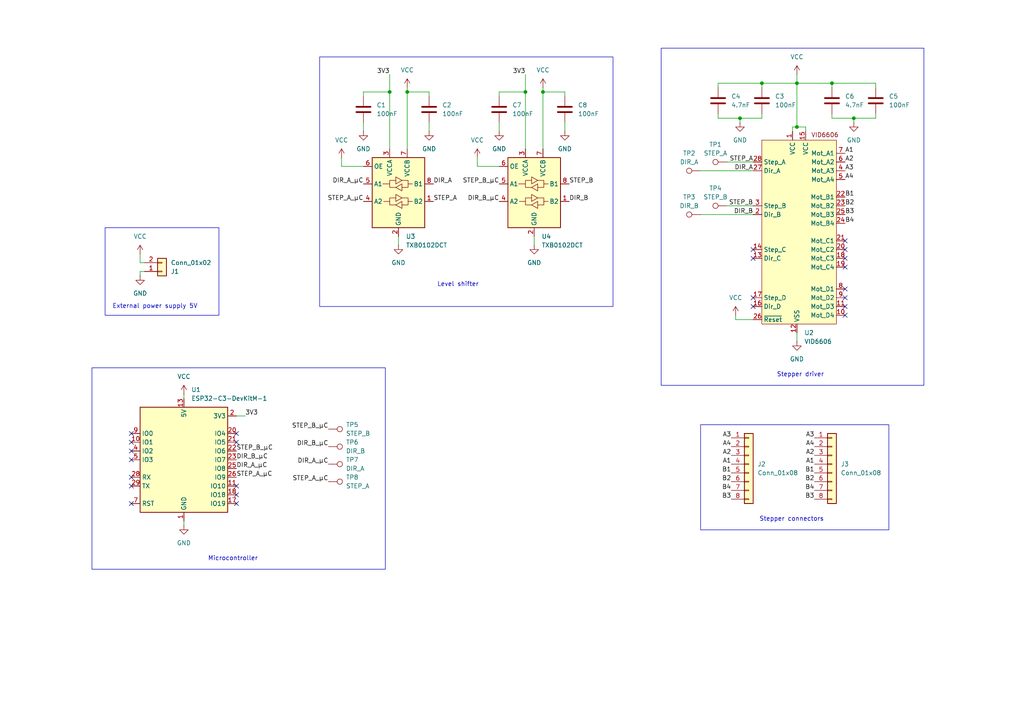
<source format=kicad_sch>
(kicad_sch
	(version 20250114)
	(generator "eeschema")
	(generator_version "9.0")
	(uuid "cee5e31b-ccea-46e7-b47b-83bf76f74349")
	(paper "A4")
	(title_block
		(title "Stepper driver - test board")
		(date "2025-02-27")
		(rev "v1.0")
	)
	(lib_symbols
		(symbol "Connector:TestPoint"
			(pin_numbers
				(hide yes)
			)
			(pin_names
				(offset 0.762)
				(hide yes)
			)
			(exclude_from_sim no)
			(in_bom yes)
			(on_board yes)
			(property "Reference" "TP"
				(at 0 6.858 0)
				(effects
					(font
						(size 1.27 1.27)
					)
				)
			)
			(property "Value" "TestPoint"
				(at 0 5.08 0)
				(effects
					(font
						(size 1.27 1.27)
					)
				)
			)
			(property "Footprint" ""
				(at 5.08 0 0)
				(effects
					(font
						(size 1.27 1.27)
					)
					(hide yes)
				)
			)
			(property "Datasheet" "~"
				(at 5.08 0 0)
				(effects
					(font
						(size 1.27 1.27)
					)
					(hide yes)
				)
			)
			(property "Description" "test point"
				(at 0 0 0)
				(effects
					(font
						(size 1.27 1.27)
					)
					(hide yes)
				)
			)
			(property "ki_keywords" "test point tp"
				(at 0 0 0)
				(effects
					(font
						(size 1.27 1.27)
					)
					(hide yes)
				)
			)
			(property "ki_fp_filters" "Pin* Test*"
				(at 0 0 0)
				(effects
					(font
						(size 1.27 1.27)
					)
					(hide yes)
				)
			)
			(symbol "TestPoint_0_1"
				(circle
					(center 0 3.302)
					(radius 0.762)
					(stroke
						(width 0)
						(type default)
					)
					(fill
						(type none)
					)
				)
			)
			(symbol "TestPoint_1_1"
				(pin passive line
					(at 0 0 90)
					(length 2.54)
					(name "1"
						(effects
							(font
								(size 1.27 1.27)
							)
						)
					)
					(number "1"
						(effects
							(font
								(size 1.27 1.27)
							)
						)
					)
				)
			)
			(embedded_fonts no)
		)
		(symbol "Connector_Generic:Conn_01x02"
			(pin_names
				(offset 1.016)
				(hide yes)
			)
			(exclude_from_sim no)
			(in_bom yes)
			(on_board yes)
			(property "Reference" "J"
				(at 0 2.54 0)
				(effects
					(font
						(size 1.27 1.27)
					)
				)
			)
			(property "Value" "Conn_01x02"
				(at 0 -5.08 0)
				(effects
					(font
						(size 1.27 1.27)
					)
				)
			)
			(property "Footprint" ""
				(at 0 0 0)
				(effects
					(font
						(size 1.27 1.27)
					)
					(hide yes)
				)
			)
			(property "Datasheet" "~"
				(at 0 0 0)
				(effects
					(font
						(size 1.27 1.27)
					)
					(hide yes)
				)
			)
			(property "Description" "Generic connector, single row, 01x02, script generated (kicad-library-utils/schlib/autogen/connector/)"
				(at 0 0 0)
				(effects
					(font
						(size 1.27 1.27)
					)
					(hide yes)
				)
			)
			(property "ki_keywords" "connector"
				(at 0 0 0)
				(effects
					(font
						(size 1.27 1.27)
					)
					(hide yes)
				)
			)
			(property "ki_fp_filters" "Connector*:*_1x??_*"
				(at 0 0 0)
				(effects
					(font
						(size 1.27 1.27)
					)
					(hide yes)
				)
			)
			(symbol "Conn_01x02_1_1"
				(rectangle
					(start -1.27 1.27)
					(end 1.27 -3.81)
					(stroke
						(width 0.254)
						(type default)
					)
					(fill
						(type background)
					)
				)
				(rectangle
					(start -1.27 0.127)
					(end 0 -0.127)
					(stroke
						(width 0.1524)
						(type default)
					)
					(fill
						(type none)
					)
				)
				(rectangle
					(start -1.27 -2.413)
					(end 0 -2.667)
					(stroke
						(width 0.1524)
						(type default)
					)
					(fill
						(type none)
					)
				)
				(pin passive line
					(at -5.08 0 0)
					(length 3.81)
					(name "Pin_1"
						(effects
							(font
								(size 1.27 1.27)
							)
						)
					)
					(number "1"
						(effects
							(font
								(size 1.27 1.27)
							)
						)
					)
				)
				(pin passive line
					(at -5.08 -2.54 0)
					(length 3.81)
					(name "Pin_2"
						(effects
							(font
								(size 1.27 1.27)
							)
						)
					)
					(number "2"
						(effects
							(font
								(size 1.27 1.27)
							)
						)
					)
				)
			)
			(embedded_fonts no)
		)
		(symbol "Connector_Generic:Conn_01x08"
			(pin_names
				(offset 1.016)
				(hide yes)
			)
			(exclude_from_sim no)
			(in_bom yes)
			(on_board yes)
			(property "Reference" "J"
				(at 0 10.16 0)
				(effects
					(font
						(size 1.27 1.27)
					)
				)
			)
			(property "Value" "Conn_01x08"
				(at 0 -12.7 0)
				(effects
					(font
						(size 1.27 1.27)
					)
				)
			)
			(property "Footprint" ""
				(at 0 0 0)
				(effects
					(font
						(size 1.27 1.27)
					)
					(hide yes)
				)
			)
			(property "Datasheet" "~"
				(at 0 0 0)
				(effects
					(font
						(size 1.27 1.27)
					)
					(hide yes)
				)
			)
			(property "Description" "Generic connector, single row, 01x08, script generated (kicad-library-utils/schlib/autogen/connector/)"
				(at 0 0 0)
				(effects
					(font
						(size 1.27 1.27)
					)
					(hide yes)
				)
			)
			(property "ki_keywords" "connector"
				(at 0 0 0)
				(effects
					(font
						(size 1.27 1.27)
					)
					(hide yes)
				)
			)
			(property "ki_fp_filters" "Connector*:*_1x??_*"
				(at 0 0 0)
				(effects
					(font
						(size 1.27 1.27)
					)
					(hide yes)
				)
			)
			(symbol "Conn_01x08_1_1"
				(rectangle
					(start -1.27 8.89)
					(end 1.27 -11.43)
					(stroke
						(width 0.254)
						(type default)
					)
					(fill
						(type background)
					)
				)
				(rectangle
					(start -1.27 7.747)
					(end 0 7.493)
					(stroke
						(width 0.1524)
						(type default)
					)
					(fill
						(type none)
					)
				)
				(rectangle
					(start -1.27 5.207)
					(end 0 4.953)
					(stroke
						(width 0.1524)
						(type default)
					)
					(fill
						(type none)
					)
				)
				(rectangle
					(start -1.27 2.667)
					(end 0 2.413)
					(stroke
						(width 0.1524)
						(type default)
					)
					(fill
						(type none)
					)
				)
				(rectangle
					(start -1.27 0.127)
					(end 0 -0.127)
					(stroke
						(width 0.1524)
						(type default)
					)
					(fill
						(type none)
					)
				)
				(rectangle
					(start -1.27 -2.413)
					(end 0 -2.667)
					(stroke
						(width 0.1524)
						(type default)
					)
					(fill
						(type none)
					)
				)
				(rectangle
					(start -1.27 -4.953)
					(end 0 -5.207)
					(stroke
						(width 0.1524)
						(type default)
					)
					(fill
						(type none)
					)
				)
				(rectangle
					(start -1.27 -7.493)
					(end 0 -7.747)
					(stroke
						(width 0.1524)
						(type default)
					)
					(fill
						(type none)
					)
				)
				(rectangle
					(start -1.27 -10.033)
					(end 0 -10.287)
					(stroke
						(width 0.1524)
						(type default)
					)
					(fill
						(type none)
					)
				)
				(pin passive line
					(at -5.08 7.62 0)
					(length 3.81)
					(name "Pin_1"
						(effects
							(font
								(size 1.27 1.27)
							)
						)
					)
					(number "1"
						(effects
							(font
								(size 1.27 1.27)
							)
						)
					)
				)
				(pin passive line
					(at -5.08 5.08 0)
					(length 3.81)
					(name "Pin_2"
						(effects
							(font
								(size 1.27 1.27)
							)
						)
					)
					(number "2"
						(effects
							(font
								(size 1.27 1.27)
							)
						)
					)
				)
				(pin passive line
					(at -5.08 2.54 0)
					(length 3.81)
					(name "Pin_3"
						(effects
							(font
								(size 1.27 1.27)
							)
						)
					)
					(number "3"
						(effects
							(font
								(size 1.27 1.27)
							)
						)
					)
				)
				(pin passive line
					(at -5.08 0 0)
					(length 3.81)
					(name "Pin_4"
						(effects
							(font
								(size 1.27 1.27)
							)
						)
					)
					(number "4"
						(effects
							(font
								(size 1.27 1.27)
							)
						)
					)
				)
				(pin passive line
					(at -5.08 -2.54 0)
					(length 3.81)
					(name "Pin_5"
						(effects
							(font
								(size 1.27 1.27)
							)
						)
					)
					(number "5"
						(effects
							(font
								(size 1.27 1.27)
							)
						)
					)
				)
				(pin passive line
					(at -5.08 -5.08 0)
					(length 3.81)
					(name "Pin_6"
						(effects
							(font
								(size 1.27 1.27)
							)
						)
					)
					(number "6"
						(effects
							(font
								(size 1.27 1.27)
							)
						)
					)
				)
				(pin passive line
					(at -5.08 -7.62 0)
					(length 3.81)
					(name "Pin_7"
						(effects
							(font
								(size 1.27 1.27)
							)
						)
					)
					(number "7"
						(effects
							(font
								(size 1.27 1.27)
							)
						)
					)
				)
				(pin passive line
					(at -5.08 -10.16 0)
					(length 3.81)
					(name "Pin_8"
						(effects
							(font
								(size 1.27 1.27)
							)
						)
					)
					(number "8"
						(effects
							(font
								(size 1.27 1.27)
							)
						)
					)
				)
			)
			(embedded_fonts no)
		)
		(symbol "Device:C"
			(pin_numbers
				(hide yes)
			)
			(pin_names
				(offset 0.254)
			)
			(exclude_from_sim no)
			(in_bom yes)
			(on_board yes)
			(property "Reference" "C"
				(at 0.635 2.54 0)
				(effects
					(font
						(size 1.27 1.27)
					)
					(justify left)
				)
			)
			(property "Value" "C"
				(at 0.635 -2.54 0)
				(effects
					(font
						(size 1.27 1.27)
					)
					(justify left)
				)
			)
			(property "Footprint" ""
				(at 0.9652 -3.81 0)
				(effects
					(font
						(size 1.27 1.27)
					)
					(hide yes)
				)
			)
			(property "Datasheet" "~"
				(at 0 0 0)
				(effects
					(font
						(size 1.27 1.27)
					)
					(hide yes)
				)
			)
			(property "Description" "Unpolarized capacitor"
				(at 0 0 0)
				(effects
					(font
						(size 1.27 1.27)
					)
					(hide yes)
				)
			)
			(property "ki_keywords" "cap capacitor"
				(at 0 0 0)
				(effects
					(font
						(size 1.27 1.27)
					)
					(hide yes)
				)
			)
			(property "ki_fp_filters" "C_*"
				(at 0 0 0)
				(effects
					(font
						(size 1.27 1.27)
					)
					(hide yes)
				)
			)
			(symbol "C_0_1"
				(polyline
					(pts
						(xy -2.032 0.762) (xy 2.032 0.762)
					)
					(stroke
						(width 0.508)
						(type default)
					)
					(fill
						(type none)
					)
				)
				(polyline
					(pts
						(xy -2.032 -0.762) (xy 2.032 -0.762)
					)
					(stroke
						(width 0.508)
						(type default)
					)
					(fill
						(type none)
					)
				)
			)
			(symbol "C_1_1"
				(pin passive line
					(at 0 3.81 270)
					(length 2.794)
					(name "~"
						(effects
							(font
								(size 1.27 1.27)
							)
						)
					)
					(number "1"
						(effects
							(font
								(size 1.27 1.27)
							)
						)
					)
				)
				(pin passive line
					(at 0 -3.81 90)
					(length 2.794)
					(name "~"
						(effects
							(font
								(size 1.27 1.27)
							)
						)
					)
					(number "2"
						(effects
							(font
								(size 1.27 1.27)
							)
						)
					)
				)
			)
			(embedded_fonts no)
		)
		(symbol "Logic_LevelTranslator:TXB0102DCT"
			(exclude_from_sim no)
			(in_bom yes)
			(on_board yes)
			(property "Reference" "U"
				(at -6.35 11.43 0)
				(effects
					(font
						(size 1.27 1.27)
					)
				)
			)
			(property "Value" "TXB0102DCT"
				(at 3.81 11.43 0)
				(effects
					(font
						(size 1.27 1.27)
					)
					(justify left)
				)
			)
			(property "Footprint" "Package_SO:TSSOP-8_3x3mm_P0.65mm"
				(at 0 -13.97 0)
				(effects
					(font
						(size 1.27 1.27)
					)
					(hide yes)
				)
			)
			(property "Datasheet" "http://www.ti.com/lit/ds/symlink/txb0102.pdf"
				(at 0 -0.762 0)
				(effects
					(font
						(size 1.27 1.27)
					)
					(hide yes)
				)
			)
			(property "Description" "2-Bit Bidirectional Voltage-Level Translator With Auto Direction Sensing and ±15-kV ESD Protection, TSSOP-8"
				(at 0 0 0)
				(effects
					(font
						(size 1.27 1.27)
					)
					(hide yes)
				)
			)
			(property "ki_keywords" "Level-Shifter CMOS-TTL-Translation"
				(at 0 0 0)
				(effects
					(font
						(size 1.27 1.27)
					)
					(hide yes)
				)
			)
			(property "ki_fp_filters" "TSSOP*P0.65mm*"
				(at 0 0 0)
				(effects
					(font
						(size 1.27 1.27)
					)
					(hide yes)
				)
			)
			(symbol "TXB0102DCT_0_1"
				(rectangle
					(start -7.62 10.16)
					(end 7.62 -10.16)
					(stroke
						(width 0.254)
						(type default)
					)
					(fill
						(type background)
					)
				)
				(polyline
					(pts
						(xy -2.54 2.54) (xy -2.54 3.556) (xy -0.762 3.556)
					)
					(stroke
						(width 0)
						(type default)
					)
					(fill
						(type none)
					)
				)
				(polyline
					(pts
						(xy -2.54 -2.54) (xy -2.54 -1.524) (xy -0.762 -1.524)
					)
					(stroke
						(width 0)
						(type default)
					)
					(fill
						(type none)
					)
				)
				(polyline
					(pts
						(xy -0.762 2.54) (xy -0.762 4.572) (xy 1.016 3.556) (xy -0.762 2.54)
					)
					(stroke
						(width 0)
						(type default)
					)
					(fill
						(type none)
					)
				)
				(polyline
					(pts
						(xy -0.762 1.524) (xy -2.54 1.524) (xy -2.54 2.54) (xy -4.572 2.54)
					)
					(stroke
						(width 0)
						(type default)
					)
					(fill
						(type none)
					)
				)
				(polyline
					(pts
						(xy -0.762 -2.54) (xy -0.762 -0.508) (xy 1.016 -1.524) (xy -0.762 -2.54)
					)
					(stroke
						(width 0)
						(type default)
					)
					(fill
						(type background)
					)
				)
				(polyline
					(pts
						(xy -0.762 -3.556) (xy -2.54 -3.556) (xy -2.54 -2.54) (xy -4.318 -2.54)
					)
					(stroke
						(width 0)
						(type default)
					)
					(fill
						(type none)
					)
				)
				(polyline
					(pts
						(xy 1.016 3.556) (xy 2.794 3.556) (xy 2.794 2.54) (xy 4.064 2.54)
					)
					(stroke
						(width 0)
						(type default)
					)
					(fill
						(type none)
					)
				)
				(polyline
					(pts
						(xy 1.016 2.54) (xy 1.016 0.762) (xy 1.016 0.508) (xy -0.762 1.524) (xy 1.016 2.54)
					)
					(stroke
						(width 0)
						(type default)
					)
					(fill
						(type none)
					)
				)
				(polyline
					(pts
						(xy 1.016 -1.524) (xy 2.794 -1.524) (xy 2.794 -2.54) (xy 4.064 -2.54)
					)
					(stroke
						(width 0)
						(type default)
					)
					(fill
						(type none)
					)
				)
				(polyline
					(pts
						(xy 1.016 -2.54) (xy 1.016 -4.572) (xy -0.762 -3.556) (xy 1.016 -2.54)
					)
					(stroke
						(width 0)
						(type default)
					)
					(fill
						(type none)
					)
				)
				(polyline
					(pts
						(xy 2.794 2.54) (xy 2.794 1.524) (xy 1.016 1.524)
					)
					(stroke
						(width 0)
						(type default)
					)
					(fill
						(type none)
					)
				)
				(polyline
					(pts
						(xy 2.794 -2.54) (xy 2.794 -3.556) (xy 1.016 -3.556)
					)
					(stroke
						(width 0)
						(type default)
					)
					(fill
						(type none)
					)
				)
			)
			(symbol "TXB0102DCT_1_1"
				(pin input line
					(at -10.16 7.62 0)
					(length 2.54)
					(name "OE"
						(effects
							(font
								(size 1.27 1.27)
							)
						)
					)
					(number "6"
						(effects
							(font
								(size 1.27 1.27)
							)
						)
					)
				)
				(pin bidirectional line
					(at -10.16 2.54 0)
					(length 2.54)
					(name "A1"
						(effects
							(font
								(size 1.27 1.27)
							)
						)
					)
					(number "5"
						(effects
							(font
								(size 1.27 1.27)
							)
						)
					)
				)
				(pin bidirectional line
					(at -10.16 -2.54 0)
					(length 2.54)
					(name "A2"
						(effects
							(font
								(size 1.27 1.27)
							)
						)
					)
					(number "4"
						(effects
							(font
								(size 1.27 1.27)
							)
						)
					)
				)
				(pin power_in line
					(at -2.54 12.7 270)
					(length 2.54)
					(name "VCCA"
						(effects
							(font
								(size 1.27 1.27)
							)
						)
					)
					(number "3"
						(effects
							(font
								(size 1.27 1.27)
							)
						)
					)
				)
				(pin power_in line
					(at 0 -12.7 90)
					(length 2.54)
					(name "GND"
						(effects
							(font
								(size 1.27 1.27)
							)
						)
					)
					(number "2"
						(effects
							(font
								(size 1.27 1.27)
							)
						)
					)
				)
				(pin power_in line
					(at 2.54 12.7 270)
					(length 2.54)
					(name "VCCB"
						(effects
							(font
								(size 1.27 1.27)
							)
						)
					)
					(number "7"
						(effects
							(font
								(size 1.27 1.27)
							)
						)
					)
				)
				(pin bidirectional line
					(at 10.16 2.54 180)
					(length 2.54)
					(name "B1"
						(effects
							(font
								(size 1.27 1.27)
							)
						)
					)
					(number "8"
						(effects
							(font
								(size 1.27 1.27)
							)
						)
					)
				)
				(pin bidirectional line
					(at 10.16 -2.54 180)
					(length 2.54)
					(name "B2"
						(effects
							(font
								(size 1.27 1.27)
							)
						)
					)
					(number "1"
						(effects
							(font
								(size 1.27 1.27)
							)
						)
					)
				)
			)
			(embedded_fonts no)
		)
		(symbol "RF_Module:ESP32-C3-DevKitM-1"
			(exclude_from_sim no)
			(in_bom yes)
			(on_board yes)
			(property "Reference" "U"
				(at 7.62 16.51 0)
				(effects
					(font
						(size 1.27 1.27)
					)
				)
			)
			(property "Value" "ESP32-C3-DevKitM-1"
				(at 11.684 -16.764 0)
				(effects
					(font
						(size 1.27 1.27)
					)
				)
			)
			(property "Footprint" "RF_Module:ESP32-C3-DevKitM-1"
				(at 0 -25.4 0)
				(effects
					(font
						(size 1.27 1.27)
					)
					(hide yes)
				)
			)
			(property "Datasheet" "https://docs.espressif.com/projects/esp-idf/en/latest/esp32c3/hw-reference/esp32c3/user-guide-devkitm-1.html"
				(at 0 -30.48 0)
				(effects
					(font
						(size 1.27 1.27)
					)
					(hide yes)
				)
			)
			(property "Description" "Development board featuring ESP32-C3-MINI-1 module"
				(at 0 -27.94 0)
				(effects
					(font
						(size 1.27 1.27)
					)
					(hide yes)
				)
			)
			(property "ki_keywords" "riscv wifi bluetooth ble"
				(at 0 0 0)
				(effects
					(font
						(size 1.27 1.27)
					)
					(hide yes)
				)
			)
			(property "ki_fp_filters" "*ESP32?C3?DevKitM?1*"
				(at 0 0 0)
				(effects
					(font
						(size 1.27 1.27)
					)
					(hide yes)
				)
			)
			(symbol "ESP32-C3-DevKitM-1_1_1"
				(rectangle
					(start -12.7 15.24)
					(end 12.7 -15.24)
					(stroke
						(width 0.254)
						(type default)
					)
					(fill
						(type background)
					)
				)
				(pin bidirectional line
					(at -15.24 7.62 0)
					(length 2.54)
					(name "IO0"
						(effects
							(font
								(size 1.27 1.27)
							)
						)
					)
					(number "9"
						(effects
							(font
								(size 1.27 1.27)
							)
						)
					)
					(alternate "ADC1_CH0" passive line)
					(alternate "XTAL_32K_P" passive line)
				)
				(pin bidirectional line
					(at -15.24 5.08 0)
					(length 2.54)
					(name "IO1"
						(effects
							(font
								(size 1.27 1.27)
							)
						)
					)
					(number "10"
						(effects
							(font
								(size 1.27 1.27)
							)
						)
					)
					(alternate "ADC1_CH1" passive line)
					(alternate "XTAL_32K_N" passive line)
				)
				(pin bidirectional line
					(at -15.24 2.54 0)
					(length 2.54)
					(name "IO2"
						(effects
							(font
								(size 1.27 1.27)
							)
						)
					)
					(number "4"
						(effects
							(font
								(size 1.27 1.27)
							)
						)
					)
					(alternate "ADC1_CH0" passive line)
					(alternate "FSPIQ" passive line)
				)
				(pin bidirectional line
					(at -15.24 0 0)
					(length 2.54)
					(name "IO3"
						(effects
							(font
								(size 1.27 1.27)
							)
						)
					)
					(number "5"
						(effects
							(font
								(size 1.27 1.27)
							)
						)
					)
					(alternate "ADC1_CH3" passive line)
				)
				(pin input line
					(at -15.24 -5.08 0)
					(length 2.54)
					(name "RX"
						(effects
							(font
								(size 1.27 1.27)
							)
						)
					)
					(number "28"
						(effects
							(font
								(size 1.27 1.27)
							)
						)
					)
					(alternate "IO20" passive line)
				)
				(pin output line
					(at -15.24 -7.62 0)
					(length 2.54)
					(name "TX"
						(effects
							(font
								(size 1.27 1.27)
							)
						)
					)
					(number "29"
						(effects
							(font
								(size 1.27 1.27)
							)
						)
					)
					(alternate "IO21" passive line)
				)
				(pin input line
					(at -15.24 -12.7 0)
					(length 2.54)
					(name "RST"
						(effects
							(font
								(size 1.27 1.27)
							)
						)
					)
					(number "7"
						(effects
							(font
								(size 1.27 1.27)
							)
						)
					)
				)
				(pin passive line
					(at 0 17.78 270)
					(length 2.54)
					(name "5V"
						(effects
							(font
								(size 1.27 1.27)
							)
						)
					)
					(number "13"
						(effects
							(font
								(size 1.27 1.27)
							)
						)
					)
				)
				(pin passive line
					(at 0 17.78 270)
					(length 2.54)
					(hide yes)
					(name "5V"
						(effects
							(font
								(size 1.27 1.27)
							)
						)
					)
					(number "14"
						(effects
							(font
								(size 1.27 1.27)
							)
						)
					)
				)
				(pin power_in line
					(at 0 -17.78 90)
					(length 2.54)
					(name "GND"
						(effects
							(font
								(size 1.27 1.27)
							)
						)
					)
					(number "1"
						(effects
							(font
								(size 1.27 1.27)
							)
						)
					)
				)
				(pin passive line
					(at 0 -17.78 90)
					(length 2.54)
					(hide yes)
					(name "GND"
						(effects
							(font
								(size 1.27 1.27)
							)
						)
					)
					(number "12"
						(effects
							(font
								(size 1.27 1.27)
							)
						)
					)
				)
				(pin passive line
					(at 0 -17.78 90)
					(length 2.54)
					(hide yes)
					(name "GND"
						(effects
							(font
								(size 1.27 1.27)
							)
						)
					)
					(number "15"
						(effects
							(font
								(size 1.27 1.27)
							)
						)
					)
				)
				(pin passive line
					(at 0 -17.78 90)
					(length 2.54)
					(hide yes)
					(name "GND"
						(effects
							(font
								(size 1.27 1.27)
							)
						)
					)
					(number "16"
						(effects
							(font
								(size 1.27 1.27)
							)
						)
					)
				)
				(pin passive line
					(at 0 -17.78 90)
					(length 2.54)
					(hide yes)
					(name "GND"
						(effects
							(font
								(size 1.27 1.27)
							)
						)
					)
					(number "19"
						(effects
							(font
								(size 1.27 1.27)
							)
						)
					)
				)
				(pin passive line
					(at 0 -17.78 90)
					(length 2.54)
					(hide yes)
					(name "GND"
						(effects
							(font
								(size 1.27 1.27)
							)
						)
					)
					(number "24"
						(effects
							(font
								(size 1.27 1.27)
							)
						)
					)
				)
				(pin passive line
					(at 0 -17.78 90)
					(length 2.54)
					(hide yes)
					(name "GND"
						(effects
							(font
								(size 1.27 1.27)
							)
						)
					)
					(number "27"
						(effects
							(font
								(size 1.27 1.27)
							)
						)
					)
				)
				(pin passive line
					(at 0 -17.78 90)
					(length 2.54)
					(hide yes)
					(name "GND"
						(effects
							(font
								(size 1.27 1.27)
							)
						)
					)
					(number "30"
						(effects
							(font
								(size 1.27 1.27)
							)
						)
					)
				)
				(pin passive line
					(at 0 -17.78 90)
					(length 2.54)
					(hide yes)
					(name "GND"
						(effects
							(font
								(size 1.27 1.27)
							)
						)
					)
					(number "6"
						(effects
							(font
								(size 1.27 1.27)
							)
						)
					)
				)
				(pin passive line
					(at 0 -17.78 90)
					(length 2.54)
					(hide yes)
					(name "GND"
						(effects
							(font
								(size 1.27 1.27)
							)
						)
					)
					(number "8"
						(effects
							(font
								(size 1.27 1.27)
							)
						)
					)
				)
				(pin power_out line
					(at 15.24 12.7 180)
					(length 2.54)
					(name "3V3"
						(effects
							(font
								(size 1.27 1.27)
							)
						)
					)
					(number "2"
						(effects
							(font
								(size 1.27 1.27)
							)
						)
					)
				)
				(pin passive line
					(at 15.24 12.7 180)
					(length 2.54)
					(hide yes)
					(name "3V3"
						(effects
							(font
								(size 1.27 1.27)
							)
						)
					)
					(number "3"
						(effects
							(font
								(size 1.27 1.27)
							)
						)
					)
				)
				(pin bidirectional line
					(at 15.24 7.62 180)
					(length 2.54)
					(name "IO4"
						(effects
							(font
								(size 1.27 1.27)
							)
						)
					)
					(number "20"
						(effects
							(font
								(size 1.27 1.27)
							)
						)
					)
					(alternate "ADC1_CH4" passive line)
					(alternate "FSPIHD" passive line)
					(alternate "MTMS" passive line)
				)
				(pin bidirectional line
					(at 15.24 5.08 180)
					(length 2.54)
					(name "IO5"
						(effects
							(font
								(size 1.27 1.27)
							)
						)
					)
					(number "21"
						(effects
							(font
								(size 1.27 1.27)
							)
						)
					)
					(alternate "ADC2_CH0" passive line)
					(alternate "FSPIWP" passive line)
					(alternate "MTDI" passive line)
				)
				(pin bidirectional line
					(at 15.24 2.54 180)
					(length 2.54)
					(name "IO6"
						(effects
							(font
								(size 1.27 1.27)
							)
						)
					)
					(number "22"
						(effects
							(font
								(size 1.27 1.27)
							)
						)
					)
					(alternate "FSPICLK" passive line)
					(alternate "MTCK" passive line)
				)
				(pin bidirectional line
					(at 15.24 0 180)
					(length 2.54)
					(name "IO7"
						(effects
							(font
								(size 1.27 1.27)
							)
						)
					)
					(number "23"
						(effects
							(font
								(size 1.27 1.27)
							)
						)
					)
					(alternate "FSPID" passive line)
					(alternate "MTDO" passive line)
				)
				(pin bidirectional line
					(at 15.24 -2.54 180)
					(length 2.54)
					(name "IO8"
						(effects
							(font
								(size 1.27 1.27)
							)
						)
					)
					(number "25"
						(effects
							(font
								(size 1.27 1.27)
							)
						)
					)
				)
				(pin bidirectional line
					(at 15.24 -5.08 180)
					(length 2.54)
					(name "IO9"
						(effects
							(font
								(size 1.27 1.27)
							)
						)
					)
					(number "26"
						(effects
							(font
								(size 1.27 1.27)
							)
						)
					)
				)
				(pin bidirectional line
					(at 15.24 -7.62 180)
					(length 2.54)
					(name "IO10"
						(effects
							(font
								(size 1.27 1.27)
							)
						)
					)
					(number "11"
						(effects
							(font
								(size 1.27 1.27)
							)
						)
					)
					(alternate "FSPICS0" passive line)
				)
				(pin bidirectional line
					(at 15.24 -10.16 180)
					(length 2.54)
					(name "IO18"
						(effects
							(font
								(size 1.27 1.27)
							)
						)
					)
					(number "18"
						(effects
							(font
								(size 1.27 1.27)
							)
						)
					)
					(alternate "USB_D-" passive line)
				)
				(pin bidirectional line
					(at 15.24 -12.7 180)
					(length 2.54)
					(name "IO19"
						(effects
							(font
								(size 1.27 1.27)
							)
						)
					)
					(number "17"
						(effects
							(font
								(size 1.27 1.27)
							)
						)
					)
					(alternate "USB_D+" passive line)
				)
			)
			(embedded_fonts no)
		)
		(symbol "perso:VID6606"
			(exclude_from_sim no)
			(in_bom yes)
			(on_board yes)
			(property "Reference" "U4"
				(at 2.1941 -35.56 0)
				(effects
					(font
						(size 1.27 1.27)
					)
					(justify left)
				)
			)
			(property "Value" "VID6606"
				(at 2.286 -37.592 0)
				(effects
					(font
						(size 1.27 1.27)
					)
					(justify left)
				)
			)
			(property "Footprint" "Package_SO:SOP-28_8.4x18.16mm_P1.27mm"
				(at 0.254 -44.45 0)
				(effects
					(font
						(size 1.27 1.27)
					)
					(hide yes)
				)
			)
			(property "Datasheet" "https://e2e.ti.com/cfs-file/__key/communityserver-discussions-components-files/38/VID6606-Spec.pdf"
				(at 5.334 -40.64 0)
				(effects
					(font
						(size 1.27 1.27)
					)
					(hide yes)
				)
			)
			(property "Description" "Also X.12.017"
				(at 11.176 -38.1 0)
				(effects
					(font
						(size 1.27 1.27)
					)
					(hide yes)
				)
			)
			(symbol "VID6606_1_1"
				(rectangle
					(start -10.16 20.32)
					(end 11.43 -33.02)
					(stroke
						(width 0)
						(type default)
					)
					(fill
						(type background)
					)
				)
				(text "VID6606"
					(at 8.128 21.844 0)
					(effects
						(font
							(size 1.27 1.27)
						)
					)
				)
				(pin input line
					(at -12.7 13.97 0)
					(length 2.54)
					(name "Step_A"
						(effects
							(font
								(size 1.27 1.27)
							)
						)
					)
					(number "28"
						(effects
							(font
								(size 1.27 1.27)
							)
						)
					)
				)
				(pin input line
					(at -12.7 11.43 0)
					(length 2.54)
					(name "Dir_A"
						(effects
							(font
								(size 1.27 1.27)
							)
						)
					)
					(number "27"
						(effects
							(font
								(size 1.27 1.27)
							)
						)
					)
				)
				(pin input line
					(at -12.7 1.27 0)
					(length 2.54)
					(name "Step_B"
						(effects
							(font
								(size 1.27 1.27)
							)
						)
					)
					(number "3"
						(effects
							(font
								(size 1.27 1.27)
							)
						)
					)
				)
				(pin input line
					(at -12.7 -1.27 0)
					(length 2.54)
					(name "Dir_B"
						(effects
							(font
								(size 1.27 1.27)
							)
						)
					)
					(number "2"
						(effects
							(font
								(size 1.27 1.27)
							)
						)
					)
				)
				(pin input line
					(at -12.7 -11.43 0)
					(length 2.54)
					(name "Step_C"
						(effects
							(font
								(size 1.27 1.27)
							)
						)
					)
					(number "14"
						(effects
							(font
								(size 1.27 1.27)
							)
						)
					)
				)
				(pin input line
					(at -12.7 -13.97 0)
					(length 2.54)
					(name "Dir_C"
						(effects
							(font
								(size 1.27 1.27)
							)
						)
					)
					(number "13"
						(effects
							(font
								(size 1.27 1.27)
							)
						)
					)
				)
				(pin input line
					(at -12.7 -25.4 0)
					(length 2.54)
					(name "Step_D"
						(effects
							(font
								(size 1.27 1.27)
							)
						)
					)
					(number "17"
						(effects
							(font
								(size 1.27 1.27)
							)
						)
					)
				)
				(pin input line
					(at -12.7 -27.94 0)
					(length 2.54)
					(name "Dir_D"
						(effects
							(font
								(size 1.27 1.27)
							)
						)
					)
					(number "16"
						(effects
							(font
								(size 1.27 1.27)
							)
						)
					)
				)
				(pin input line
					(at -12.7 -31.75 0)
					(length 2.54)
					(name "~{Reset}"
						(effects
							(font
								(size 1.27 1.27)
							)
						)
					)
					(number "26"
						(effects
							(font
								(size 1.27 1.27)
							)
						)
					)
				)
				(pin power_in line
					(at -1.27 22.86 270)
					(length 2.54)
					(name "VCC"
						(effects
							(font
								(size 1.27 1.27)
							)
						)
					)
					(number "1"
						(effects
							(font
								(size 1.27 1.27)
							)
						)
					)
				)
				(pin power_in line
					(at 0 -35.56 90)
					(length 2.54)
					(name "VSS"
						(effects
							(font
								(size 1.27 1.27)
							)
						)
					)
					(number "12"
						(effects
							(font
								(size 1.27 1.27)
							)
						)
					)
				)
				(pin power_in line
					(at 2.54 22.86 270)
					(length 2.54)
					(name "VCC"
						(effects
							(font
								(size 1.27 1.27)
							)
						)
					)
					(number "15"
						(effects
							(font
								(size 1.27 1.27)
							)
						)
					)
				)
				(pin output line
					(at 13.97 16.51 180)
					(length 2.54)
					(name "Mot_A1"
						(effects
							(font
								(size 1.27 1.27)
							)
						)
					)
					(number "7"
						(effects
							(font
								(size 1.27 1.27)
							)
						)
					)
				)
				(pin output line
					(at 13.97 13.97 180)
					(length 2.54)
					(name "Mot_A2"
						(effects
							(font
								(size 1.27 1.27)
							)
						)
					)
					(number "6"
						(effects
							(font
								(size 1.27 1.27)
							)
						)
					)
				)
				(pin output line
					(at 13.97 11.43 180)
					(length 2.54)
					(name "Mot_A3"
						(effects
							(font
								(size 1.27 1.27)
							)
						)
					)
					(number "4"
						(effects
							(font
								(size 1.27 1.27)
							)
						)
					)
				)
				(pin output line
					(at 13.97 8.89 180)
					(length 2.54)
					(name "Mot_A4"
						(effects
							(font
								(size 1.27 1.27)
							)
						)
					)
					(number "5"
						(effects
							(font
								(size 1.27 1.27)
							)
						)
					)
				)
				(pin output line
					(at 13.97 3.81 180)
					(length 2.54)
					(name "Mot_B1"
						(effects
							(font
								(size 1.27 1.27)
							)
						)
					)
					(number "22"
						(effects
							(font
								(size 1.27 1.27)
							)
						)
					)
				)
				(pin output line
					(at 13.97 1.27 180)
					(length 2.54)
					(name "Mot_B2"
						(effects
							(font
								(size 1.27 1.27)
							)
						)
					)
					(number "23"
						(effects
							(font
								(size 1.27 1.27)
							)
						)
					)
				)
				(pin output line
					(at 13.97 -1.27 180)
					(length 2.54)
					(name "Mot_B3"
						(effects
							(font
								(size 1.27 1.27)
							)
						)
					)
					(number "25"
						(effects
							(font
								(size 1.27 1.27)
							)
						)
					)
				)
				(pin output line
					(at 13.97 -3.81 180)
					(length 2.54)
					(name "Mot_B4"
						(effects
							(font
								(size 1.27 1.27)
							)
						)
					)
					(number "24"
						(effects
							(font
								(size 1.27 1.27)
							)
						)
					)
				)
				(pin output line
					(at 13.97 -8.89 180)
					(length 2.54)
					(name "Mot_C1"
						(effects
							(font
								(size 1.27 1.27)
							)
						)
					)
					(number "21"
						(effects
							(font
								(size 1.27 1.27)
							)
						)
					)
				)
				(pin output line
					(at 13.97 -11.43 180)
					(length 2.54)
					(name "Mot_C2"
						(effects
							(font
								(size 1.27 1.27)
							)
						)
					)
					(number "20"
						(effects
							(font
								(size 1.27 1.27)
							)
						)
					)
				)
				(pin output line
					(at 13.97 -13.97 180)
					(length 2.54)
					(name "Mot_C3"
						(effects
							(font
								(size 1.27 1.27)
							)
						)
					)
					(number "18"
						(effects
							(font
								(size 1.27 1.27)
							)
						)
					)
				)
				(pin output line
					(at 13.97 -16.51 180)
					(length 2.54)
					(name "Mot_C4"
						(effects
							(font
								(size 1.27 1.27)
							)
						)
					)
					(number "19"
						(effects
							(font
								(size 1.27 1.27)
							)
						)
					)
				)
				(pin output line
					(at 13.97 -22.86 180)
					(length 2.54)
					(name "Mot_D1"
						(effects
							(font
								(size 1.27 1.27)
							)
						)
					)
					(number "8"
						(effects
							(font
								(size 1.27 1.27)
							)
						)
					)
				)
				(pin output line
					(at 13.97 -25.4 180)
					(length 2.54)
					(name "Mot_D2"
						(effects
							(font
								(size 1.27 1.27)
							)
						)
					)
					(number "9"
						(effects
							(font
								(size 1.27 1.27)
							)
						)
					)
				)
				(pin output line
					(at 13.97 -27.94 180)
					(length 2.54)
					(name "Mot_D3"
						(effects
							(font
								(size 1.27 1.27)
							)
						)
					)
					(number "11"
						(effects
							(font
								(size 1.27 1.27)
							)
						)
					)
				)
				(pin output line
					(at 13.97 -30.48 180)
					(length 2.54)
					(name "Mot_D4"
						(effects
							(font
								(size 1.27 1.27)
							)
						)
					)
					(number "10"
						(effects
							(font
								(size 1.27 1.27)
							)
						)
					)
				)
			)
			(embedded_fonts no)
		)
		(symbol "power:GND"
			(power)
			(pin_numbers
				(hide yes)
			)
			(pin_names
				(offset 0)
				(hide yes)
			)
			(exclude_from_sim no)
			(in_bom yes)
			(on_board yes)
			(property "Reference" "#PWR"
				(at 0 -6.35 0)
				(effects
					(font
						(size 1.27 1.27)
					)
					(hide yes)
				)
			)
			(property "Value" "GND"
				(at 0 -3.81 0)
				(effects
					(font
						(size 1.27 1.27)
					)
				)
			)
			(property "Footprint" ""
				(at 0 0 0)
				(effects
					(font
						(size 1.27 1.27)
					)
					(hide yes)
				)
			)
			(property "Datasheet" ""
				(at 0 0 0)
				(effects
					(font
						(size 1.27 1.27)
					)
					(hide yes)
				)
			)
			(property "Description" "Power symbol creates a global label with name \"GND\" , ground"
				(at 0 0 0)
				(effects
					(font
						(size 1.27 1.27)
					)
					(hide yes)
				)
			)
			(property "ki_keywords" "global power"
				(at 0 0 0)
				(effects
					(font
						(size 1.27 1.27)
					)
					(hide yes)
				)
			)
			(symbol "GND_0_1"
				(polyline
					(pts
						(xy 0 0) (xy 0 -1.27) (xy 1.27 -1.27) (xy 0 -2.54) (xy -1.27 -1.27) (xy 0 -1.27)
					)
					(stroke
						(width 0)
						(type default)
					)
					(fill
						(type none)
					)
				)
			)
			(symbol "GND_1_1"
				(pin power_in line
					(at 0 0 270)
					(length 0)
					(name "~"
						(effects
							(font
								(size 1.27 1.27)
							)
						)
					)
					(number "1"
						(effects
							(font
								(size 1.27 1.27)
							)
						)
					)
				)
			)
			(embedded_fonts no)
		)
		(symbol "power:VCC"
			(power)
			(pin_numbers
				(hide yes)
			)
			(pin_names
				(offset 0)
				(hide yes)
			)
			(exclude_from_sim no)
			(in_bom yes)
			(on_board yes)
			(property "Reference" "#PWR"
				(at 0 -3.81 0)
				(effects
					(font
						(size 1.27 1.27)
					)
					(hide yes)
				)
			)
			(property "Value" "VCC"
				(at 0 3.556 0)
				(effects
					(font
						(size 1.27 1.27)
					)
				)
			)
			(property "Footprint" ""
				(at 0 0 0)
				(effects
					(font
						(size 1.27 1.27)
					)
					(hide yes)
				)
			)
			(property "Datasheet" ""
				(at 0 0 0)
				(effects
					(font
						(size 1.27 1.27)
					)
					(hide yes)
				)
			)
			(property "Description" "Power symbol creates a global label with name \"VCC\""
				(at 0 0 0)
				(effects
					(font
						(size 1.27 1.27)
					)
					(hide yes)
				)
			)
			(property "ki_keywords" "global power"
				(at 0 0 0)
				(effects
					(font
						(size 1.27 1.27)
					)
					(hide yes)
				)
			)
			(symbol "VCC_0_1"
				(polyline
					(pts
						(xy -0.762 1.27) (xy 0 2.54)
					)
					(stroke
						(width 0)
						(type default)
					)
					(fill
						(type none)
					)
				)
				(polyline
					(pts
						(xy 0 2.54) (xy 0.762 1.27)
					)
					(stroke
						(width 0)
						(type default)
					)
					(fill
						(type none)
					)
				)
				(polyline
					(pts
						(xy 0 0) (xy 0 2.54)
					)
					(stroke
						(width 0)
						(type default)
					)
					(fill
						(type none)
					)
				)
			)
			(symbol "VCC_1_1"
				(pin power_in line
					(at 0 0 90)
					(length 0)
					(name "~"
						(effects
							(font
								(size 1.27 1.27)
							)
						)
					)
					(number "1"
						(effects
							(font
								(size 1.27 1.27)
							)
						)
					)
				)
			)
			(embedded_fonts no)
		)
	)
	(rectangle
		(start 26.67 106.68)
		(end 111.76 165.1)
		(stroke
			(width 0)
			(type default)
		)
		(fill
			(type none)
		)
		(uuid 1f2ee55d-d1d4-48fb-ada6-fbcaa0ff1fd1)
	)
	(rectangle
		(start 203.2 123.19)
		(end 257.81 153.67)
		(stroke
			(width 0)
			(type default)
		)
		(fill
			(type none)
		)
		(uuid 7b921b8f-51f6-42e2-9777-301fac228630)
	)
	(rectangle
		(start 92.71 16.51)
		(end 177.8 88.9)
		(stroke
			(width 0)
			(type default)
		)
		(fill
			(type none)
		)
		(uuid 973c3dff-a704-44e8-a84c-1ec7cdc8397d)
	)
	(rectangle
		(start 30.48 66.04)
		(end 63.5 91.44)
		(stroke
			(width 0)
			(type default)
		)
		(fill
			(type none)
		)
		(uuid a1299e98-6197-44f7-8195-1c5fa912905c)
	)
	(rectangle
		(start 191.77 13.97)
		(end 267.97 111.76)
		(stroke
			(width 0)
			(type default)
		)
		(fill
			(type none)
		)
		(uuid e3428988-e34f-416d-9940-cbcbc68ad6d6)
	)
	(text "Microcontroller"
		(exclude_from_sim no)
		(at 67.564 162.052 0)
		(effects
			(font
				(size 1.27 1.27)
			)
		)
		(uuid "2861f825-4e0e-42bd-b767-3859cdbdd321")
	)
	(text "External power supply 5V"
		(exclude_from_sim no)
		(at 44.958 88.9 0)
		(effects
			(font
				(size 1.27 1.27)
			)
		)
		(uuid "36cd5cb8-7073-48a4-9c8e-c05234b7b9ed")
	)
	(text "Stepper connectors"
		(exclude_from_sim no)
		(at 229.616 150.622 0)
		(effects
			(font
				(size 1.27 1.27)
			)
		)
		(uuid "90e066c5-0f93-4a1a-8490-85591c109e92")
	)
	(text "Stepper driver"
		(exclude_from_sim no)
		(at 232.156 108.712 0)
		(effects
			(font
				(size 1.27 1.27)
			)
		)
		(uuid "a199dd9f-172a-4542-b032-e018ccee3344")
	)
	(text "Level shifter"
		(exclude_from_sim no)
		(at 132.842 82.55 0)
		(effects
			(font
				(size 1.27 1.27)
			)
		)
		(uuid "c64ddb7f-ec24-4f07-90e0-4302fd06c845")
	)
	(junction
		(at 241.3 24.13)
		(diameter 0)
		(color 0 0 0 0)
		(uuid "4e016ffb-4bce-42a0-9ff3-d73befd34856")
	)
	(junction
		(at 231.14 36.83)
		(diameter 0)
		(color 0 0 0 0)
		(uuid "71114e4a-eefa-4601-a43d-ece0f6598a0c")
	)
	(junction
		(at 214.63 34.29)
		(diameter 0)
		(color 0 0 0 0)
		(uuid "9520c23f-8ceb-49db-98e9-ef172df7de01")
	)
	(junction
		(at 118.11 26.67)
		(diameter 0)
		(color 0 0 0 0)
		(uuid "9f03d83d-3be8-42be-817f-e4a62619db06")
	)
	(junction
		(at 247.65 34.29)
		(diameter 0)
		(color 0 0 0 0)
		(uuid "a71c44a3-2a13-4af2-b7a8-cb8cfd001ac9")
	)
	(junction
		(at 113.03 26.67)
		(diameter 0)
		(color 0 0 0 0)
		(uuid "aceab548-71cf-4260-afd0-40a48694f93e")
	)
	(junction
		(at 220.98 24.13)
		(diameter 0)
		(color 0 0 0 0)
		(uuid "b0a13bdc-cec4-478f-8479-cafe93ffcadd")
	)
	(junction
		(at 152.4 26.67)
		(diameter 0)
		(color 0 0 0 0)
		(uuid "b1e05b56-a374-46e4-b9af-e8bbd03b8444")
	)
	(junction
		(at 231.14 24.13)
		(diameter 0)
		(color 0 0 0 0)
		(uuid "b9a60b58-8f5c-4713-abc8-d58763aef2de")
	)
	(junction
		(at 157.48 26.67)
		(diameter 0)
		(color 0 0 0 0)
		(uuid "edc4b301-1bd1-485d-901b-1c8b5264db8d")
	)
	(no_connect
		(at 38.1 138.43)
		(uuid "0e180a85-b517-4af0-892a-e7e3f94fc26b")
	)
	(no_connect
		(at 218.44 72.39)
		(uuid "21f9c8b0-5537-4096-9b13-8939af753b56")
	)
	(no_connect
		(at 245.11 86.36)
		(uuid "23f83744-b9cc-4d32-93b0-559701169681")
	)
	(no_connect
		(at 218.44 86.36)
		(uuid "2cba15c2-6056-4627-8eed-565afad20f7a")
	)
	(no_connect
		(at 245.11 88.9)
		(uuid "2f8d9982-65e2-45f6-9e20-a13c350d9fd2")
	)
	(no_connect
		(at 38.1 130.81)
		(uuid "41d4afa9-668e-4403-9bcd-19491ccb897d")
	)
	(no_connect
		(at 68.58 140.97)
		(uuid "478e51fa-74c5-4da3-b087-2ef597db1bf1")
	)
	(no_connect
		(at 68.58 143.51)
		(uuid "4805aaf6-03cb-4151-9d65-f23ca189e3c9")
	)
	(no_connect
		(at 68.58 125.73)
		(uuid "5146ef45-4cee-45c5-a7b1-89e5776e4104")
	)
	(no_connect
		(at 38.1 133.35)
		(uuid "5a29a4a0-57ed-4012-a756-2392129cef55")
	)
	(no_connect
		(at 245.11 77.47)
		(uuid "6191e411-01aa-4da2-b5ed-1a697a5f28b4")
	)
	(no_connect
		(at 38.1 146.05)
		(uuid "701a7ff8-58c7-40d8-b7b7-204ea42abedd")
	)
	(no_connect
		(at 218.44 74.93)
		(uuid "7d89d4c1-e017-48d2-8691-5a032b7c5a39")
	)
	(no_connect
		(at 218.44 88.9)
		(uuid "847d29db-1911-42d5-a34d-6be4c5919bb6")
	)
	(no_connect
		(at 245.11 83.82)
		(uuid "86e03430-2619-49cf-840b-894ec5a5b983")
	)
	(no_connect
		(at 245.11 69.85)
		(uuid "8f9ee3b9-64ff-4253-8ef2-98e02beca8c1")
	)
	(no_connect
		(at 68.58 146.05)
		(uuid "a1ba7115-1e55-41c9-92af-d4a85fac535a")
	)
	(no_connect
		(at 38.1 140.97)
		(uuid "b7f283c1-5218-4feb-9d42-3f3f30e9fc61")
	)
	(no_connect
		(at 68.58 128.27)
		(uuid "c6e3874c-b12b-46e1-abd1-38bac6f7ee06")
	)
	(no_connect
		(at 38.1 128.27)
		(uuid "d5ed6ff2-5fe7-4a7b-94df-1d0713d186bc")
	)
	(no_connect
		(at 38.1 125.73)
		(uuid "dcee8113-1876-4895-853a-02e2010949cb")
	)
	(no_connect
		(at 245.11 74.93)
		(uuid "e18d111d-291a-43d0-b9ec-03b41e3f9d30")
	)
	(no_connect
		(at 245.11 91.44)
		(uuid "e3b11aa0-9df8-42d7-8ec6-23b2027f3aae")
	)
	(no_connect
		(at 245.11 72.39)
		(uuid "eb996fa9-3601-4264-954c-538d6ff03f5c")
	)
	(wire
		(pts
			(xy 254 24.13) (xy 254 25.4)
		)
		(stroke
			(width 0)
			(type default)
		)
		(uuid "0024469d-4702-450b-b6b6-2c23d00347af")
	)
	(wire
		(pts
			(xy 218.44 92.71) (xy 213.36 92.71)
		)
		(stroke
			(width 0)
			(type default)
		)
		(uuid "07836e2e-78d7-4a68-92d6-5e784c81c233")
	)
	(wire
		(pts
			(xy 157.48 26.67) (xy 157.48 43.18)
		)
		(stroke
			(width 0)
			(type default)
		)
		(uuid "115641c0-adc7-4933-b221-5678fa78c535")
	)
	(wire
		(pts
			(xy 229.87 38.1) (xy 229.87 36.83)
		)
		(stroke
			(width 0)
			(type default)
		)
		(uuid "196af0ad-aab8-4690-90bc-146311f38823")
	)
	(wire
		(pts
			(xy 40.64 78.74) (xy 41.91 78.74)
		)
		(stroke
			(width 0)
			(type default)
		)
		(uuid "1c9b15e0-4d5b-476d-884a-c6821e34c615")
	)
	(wire
		(pts
			(xy 113.03 26.67) (xy 113.03 43.18)
		)
		(stroke
			(width 0)
			(type default)
		)
		(uuid "20550c9f-fe6d-416f-ba84-22b6eef74243")
	)
	(wire
		(pts
			(xy 144.78 26.67) (xy 152.4 26.67)
		)
		(stroke
			(width 0)
			(type default)
		)
		(uuid "23d3caf6-f58e-48b6-8682-1ab026da8d78")
	)
	(wire
		(pts
			(xy 208.28 25.4) (xy 208.28 24.13)
		)
		(stroke
			(width 0)
			(type default)
		)
		(uuid "24090233-49b2-44c8-8b82-50865e1c153c")
	)
	(wire
		(pts
			(xy 208.28 34.29) (xy 214.63 34.29)
		)
		(stroke
			(width 0)
			(type default)
		)
		(uuid "2571db4b-43a5-4a75-adcd-26eab375cf69")
	)
	(wire
		(pts
			(xy 254 33.02) (xy 254 34.29)
		)
		(stroke
			(width 0)
			(type default)
		)
		(uuid "27926354-33d7-478d-b42e-c00b2c532413")
	)
	(wire
		(pts
			(xy 241.3 25.4) (xy 241.3 24.13)
		)
		(stroke
			(width 0)
			(type default)
		)
		(uuid "28467859-bbca-44a9-bf49-3ef09bd8cde0")
	)
	(wire
		(pts
			(xy 208.28 24.13) (xy 220.98 24.13)
		)
		(stroke
			(width 0)
			(type default)
		)
		(uuid "2a2440f4-95f7-4d2f-b458-7242e3163a6f")
	)
	(wire
		(pts
			(xy 105.41 48.26) (xy 99.06 48.26)
		)
		(stroke
			(width 0)
			(type default)
		)
		(uuid "2bb9fc76-d0da-4f89-b18d-0ab6b822e27b")
	)
	(wire
		(pts
			(xy 152.4 26.67) (xy 152.4 43.18)
		)
		(stroke
			(width 0)
			(type default)
		)
		(uuid "31e88e85-6015-4c72-8513-9291972191c5")
	)
	(wire
		(pts
			(xy 210.82 59.69) (xy 218.44 59.69)
		)
		(stroke
			(width 0)
			(type default)
		)
		(uuid "32e96051-1843-41bc-a93f-f94c267f1d38")
	)
	(wire
		(pts
			(xy 233.68 36.83) (xy 233.68 38.1)
		)
		(stroke
			(width 0)
			(type default)
		)
		(uuid "39c1af06-105d-4d62-90da-985a6d652c58")
	)
	(wire
		(pts
			(xy 208.28 33.02) (xy 208.28 34.29)
		)
		(stroke
			(width 0)
			(type default)
		)
		(uuid "3b34b674-d723-4999-9b1f-ef3bc3a5ebd8")
	)
	(wire
		(pts
			(xy 41.91 76.2) (xy 40.64 76.2)
		)
		(stroke
			(width 0)
			(type default)
		)
		(uuid "3b8719c4-1812-4eb5-bd07-f3add1a247e2")
	)
	(wire
		(pts
			(xy 247.65 34.29) (xy 247.65 35.56)
		)
		(stroke
			(width 0)
			(type default)
		)
		(uuid "3b9b7673-37bf-40c5-b8e5-cd43575cfd87")
	)
	(wire
		(pts
			(xy 53.34 114.3) (xy 53.34 115.57)
		)
		(stroke
			(width 0)
			(type default)
		)
		(uuid "3d86de92-6857-4764-b7c0-9a2c68d99bb9")
	)
	(wire
		(pts
			(xy 105.41 26.67) (xy 113.03 26.67)
		)
		(stroke
			(width 0)
			(type default)
		)
		(uuid "409cef8b-7e7c-4d73-86b5-12e25a6ad0b5")
	)
	(wire
		(pts
			(xy 163.83 26.67) (xy 163.83 27.94)
		)
		(stroke
			(width 0)
			(type default)
		)
		(uuid "40e3691e-00f2-4acf-aade-90870062f411")
	)
	(wire
		(pts
			(xy 118.11 25.4) (xy 118.11 26.67)
		)
		(stroke
			(width 0)
			(type default)
		)
		(uuid "4663823c-2d4f-4e93-98e9-078b6105dd06")
	)
	(wire
		(pts
			(xy 144.78 27.94) (xy 144.78 26.67)
		)
		(stroke
			(width 0)
			(type default)
		)
		(uuid "476448a9-a55e-4d07-92d1-2b772f7b474f")
	)
	(wire
		(pts
			(xy 241.3 24.13) (xy 254 24.13)
		)
		(stroke
			(width 0)
			(type default)
		)
		(uuid "482cc673-5907-4e92-97bc-74ce3161bb8c")
	)
	(wire
		(pts
			(xy 231.14 96.52) (xy 231.14 99.06)
		)
		(stroke
			(width 0)
			(type default)
		)
		(uuid "4e6cdfd5-8c29-46b3-8d6f-4929804d131e")
	)
	(wire
		(pts
			(xy 203.2 49.53) (xy 218.44 49.53)
		)
		(stroke
			(width 0)
			(type default)
		)
		(uuid "57f74a51-1978-438f-820f-917988c92c9f")
	)
	(wire
		(pts
			(xy 210.82 46.99) (xy 218.44 46.99)
		)
		(stroke
			(width 0)
			(type default)
		)
		(uuid "5e99d2df-5f67-4a72-b3cd-7b69f117aa60")
	)
	(wire
		(pts
			(xy 214.63 34.29) (xy 214.63 35.56)
		)
		(stroke
			(width 0)
			(type default)
		)
		(uuid "6373ad68-5d8c-47a5-86b8-c7673ffcbfc7")
	)
	(wire
		(pts
			(xy 152.4 21.59) (xy 152.4 26.67)
		)
		(stroke
			(width 0)
			(type default)
		)
		(uuid "6a8ad85e-e4e2-4899-95a4-60f124af7e8c")
	)
	(wire
		(pts
			(xy 157.48 26.67) (xy 163.83 26.67)
		)
		(stroke
			(width 0)
			(type default)
		)
		(uuid "6bf49ef7-a0c8-45ec-8ceb-c408525f644c")
	)
	(wire
		(pts
			(xy 154.94 68.58) (xy 154.94 71.12)
		)
		(stroke
			(width 0)
			(type default)
		)
		(uuid "72493f12-6f53-4879-902b-6892e53b0840")
	)
	(wire
		(pts
			(xy 241.3 34.29) (xy 247.65 34.29)
		)
		(stroke
			(width 0)
			(type default)
		)
		(uuid "7a966ae8-0adf-43ba-bf10-cf54d48c5afd")
	)
	(wire
		(pts
			(xy 163.83 35.56) (xy 163.83 38.1)
		)
		(stroke
			(width 0)
			(type default)
		)
		(uuid "7be56cff-b196-433e-b254-c43afe0f2fdf")
	)
	(wire
		(pts
			(xy 105.41 35.56) (xy 105.41 38.1)
		)
		(stroke
			(width 0)
			(type default)
		)
		(uuid "816f0968-bbe8-45cc-ad4e-b49601d82a8b")
	)
	(wire
		(pts
			(xy 118.11 26.67) (xy 118.11 43.18)
		)
		(stroke
			(width 0)
			(type default)
		)
		(uuid "823f72d3-3ba7-44f9-8496-82160b266ef6")
	)
	(wire
		(pts
			(xy 254 34.29) (xy 247.65 34.29)
		)
		(stroke
			(width 0)
			(type default)
		)
		(uuid "82ed2b2f-3a24-4aa3-893f-3349b9d9b587")
	)
	(wire
		(pts
			(xy 220.98 34.29) (xy 214.63 34.29)
		)
		(stroke
			(width 0)
			(type default)
		)
		(uuid "8457bc97-352e-4202-ac21-4b83c10d6062")
	)
	(wire
		(pts
			(xy 53.34 151.13) (xy 53.34 152.4)
		)
		(stroke
			(width 0)
			(type default)
		)
		(uuid "8d3320fa-5f44-412c-8223-41532275a9ff")
	)
	(wire
		(pts
			(xy 115.57 68.58) (xy 115.57 71.12)
		)
		(stroke
			(width 0)
			(type default)
		)
		(uuid "905eb36d-07f9-404e-93e8-fb4b15ef1300")
	)
	(wire
		(pts
			(xy 144.78 35.56) (xy 144.78 38.1)
		)
		(stroke
			(width 0)
			(type default)
		)
		(uuid "96009a2d-d9c6-406c-81ff-ff61a022443f")
	)
	(wire
		(pts
			(xy 231.14 24.13) (xy 231.14 21.59)
		)
		(stroke
			(width 0)
			(type default)
		)
		(uuid "961e72c4-de0c-45b9-9420-bb36bef61285")
	)
	(wire
		(pts
			(xy 113.03 21.59) (xy 113.03 26.67)
		)
		(stroke
			(width 0)
			(type default)
		)
		(uuid "9a08deb3-7912-442b-9310-3d5a29e9429f")
	)
	(wire
		(pts
			(xy 220.98 24.13) (xy 231.14 24.13)
		)
		(stroke
			(width 0)
			(type default)
		)
		(uuid "9ee36634-9050-4588-a8fb-fefc066037ca")
	)
	(wire
		(pts
			(xy 229.87 36.83) (xy 231.14 36.83)
		)
		(stroke
			(width 0)
			(type default)
		)
		(uuid "9f480339-4436-481a-97f8-e01da2623b93")
	)
	(wire
		(pts
			(xy 231.14 24.13) (xy 241.3 24.13)
		)
		(stroke
			(width 0)
			(type default)
		)
		(uuid "9fc8dcda-50ba-4e4b-a1ad-e75706c89155")
	)
	(wire
		(pts
			(xy 138.43 48.26) (xy 138.43 45.72)
		)
		(stroke
			(width 0)
			(type default)
		)
		(uuid "b40bc41e-a07a-4878-83e2-e61711b94562")
	)
	(wire
		(pts
			(xy 68.58 120.65) (xy 71.12 120.65)
		)
		(stroke
			(width 0)
			(type default)
		)
		(uuid "b7954fcd-3bea-4bdb-8eb6-91f0ffda2e55")
	)
	(wire
		(pts
			(xy 213.36 92.71) (xy 213.36 91.44)
		)
		(stroke
			(width 0)
			(type default)
		)
		(uuid "b9a61589-decb-427a-b77b-6dcea233e7c7")
	)
	(wire
		(pts
			(xy 124.46 26.67) (xy 124.46 27.94)
		)
		(stroke
			(width 0)
			(type default)
		)
		(uuid "babedb2f-55ad-477c-9c49-a774bc518eb9")
	)
	(wire
		(pts
			(xy 105.41 27.94) (xy 105.41 26.67)
		)
		(stroke
			(width 0)
			(type default)
		)
		(uuid "bbde1e8c-5ae1-4e25-b4df-330e9a4f34c8")
	)
	(wire
		(pts
			(xy 99.06 48.26) (xy 99.06 45.72)
		)
		(stroke
			(width 0)
			(type default)
		)
		(uuid "bcf4e5e0-ef57-4581-9090-825125e6cdaa")
	)
	(wire
		(pts
			(xy 220.98 24.13) (xy 220.98 25.4)
		)
		(stroke
			(width 0)
			(type default)
		)
		(uuid "c077d97c-e4d8-4a57-a5e7-e5651370a023")
	)
	(wire
		(pts
			(xy 220.98 33.02) (xy 220.98 34.29)
		)
		(stroke
			(width 0)
			(type default)
		)
		(uuid "c8af40b9-49cb-4f8d-af54-5f282100d6dc")
	)
	(wire
		(pts
			(xy 118.11 26.67) (xy 124.46 26.67)
		)
		(stroke
			(width 0)
			(type default)
		)
		(uuid "d4c9fa28-d713-4d0d-bb9f-7569c6e4990d")
	)
	(wire
		(pts
			(xy 231.14 36.83) (xy 233.68 36.83)
		)
		(stroke
			(width 0)
			(type default)
		)
		(uuid "d9c0cec1-a2d8-40cd-8885-19e1048d1423")
	)
	(wire
		(pts
			(xy 40.64 80.01) (xy 40.64 78.74)
		)
		(stroke
			(width 0)
			(type default)
		)
		(uuid "e2e0da84-3df5-43c7-8d43-db3c7cf8f4fe")
	)
	(wire
		(pts
			(xy 157.48 25.4) (xy 157.48 26.67)
		)
		(stroke
			(width 0)
			(type default)
		)
		(uuid "e3102d83-a96f-45ed-b5b7-43ccf41742f2")
	)
	(wire
		(pts
			(xy 241.3 33.02) (xy 241.3 34.29)
		)
		(stroke
			(width 0)
			(type default)
		)
		(uuid "e3496125-b7df-432f-a17f-0edce274e934")
	)
	(wire
		(pts
			(xy 40.64 76.2) (xy 40.64 73.66)
		)
		(stroke
			(width 0)
			(type default)
		)
		(uuid "e4bb41f3-9ff3-4c89-a001-1cd4c9869acb")
	)
	(wire
		(pts
			(xy 124.46 35.56) (xy 124.46 38.1)
		)
		(stroke
			(width 0)
			(type default)
		)
		(uuid "f467489b-c8f9-4c34-bda1-7ad8127a9128")
	)
	(wire
		(pts
			(xy 144.78 48.26) (xy 138.43 48.26)
		)
		(stroke
			(width 0)
			(type default)
		)
		(uuid "f81772bd-b3f5-4180-9948-d133a065f0e0")
	)
	(wire
		(pts
			(xy 231.14 24.13) (xy 231.14 36.83)
		)
		(stroke
			(width 0)
			(type default)
		)
		(uuid "fce96c55-2e8a-4de1-a024-280837925599")
	)
	(wire
		(pts
			(xy 203.2 62.23) (xy 218.44 62.23)
		)
		(stroke
			(width 0)
			(type default)
		)
		(uuid "fd6945d4-6124-44ea-9e40-64e5c61e0cac")
	)
	(label "DIR_B_µC"
		(at 68.58 133.35 0)
		(effects
			(font
				(size 1.27 1.27)
			)
			(justify left bottom)
		)
		(uuid "10bfed7f-ec86-4f48-869f-160632dc60df")
	)
	(label "DIR_B"
		(at 218.44 62.23 180)
		(effects
			(font
				(size 1.27 1.27)
			)
			(justify right bottom)
		)
		(uuid "116d86f0-502f-4635-ba63-3304c162ce7f")
	)
	(label "A1"
		(at 245.11 44.45 0)
		(effects
			(font
				(size 1.27 1.27)
			)
			(justify left bottom)
		)
		(uuid "160b5a7e-0bd4-457a-a77f-abd148315852")
	)
	(label "A1"
		(at 212.09 134.62 180)
		(effects
			(font
				(size 1.27 1.27)
			)
			(justify right bottom)
		)
		(uuid "18c3a904-da33-4a1b-9471-5f563965c760")
	)
	(label "DIR_A_µC"
		(at 105.41 53.34 180)
		(effects
			(font
				(size 1.27 1.27)
			)
			(justify right bottom)
		)
		(uuid "18cef22b-34fc-4271-80a8-27c9d3f83f9c")
	)
	(label "A2"
		(at 236.22 132.08 180)
		(effects
			(font
				(size 1.27 1.27)
			)
			(justify right bottom)
		)
		(uuid "1b43c836-cad0-45fd-be69-c8a5d16ed2ab")
	)
	(label "A4"
		(at 245.11 52.07 0)
		(effects
			(font
				(size 1.27 1.27)
			)
			(justify left bottom)
		)
		(uuid "1e944bb5-f612-47e4-a999-189623aa3187")
	)
	(label "A2"
		(at 245.11 46.99 0)
		(effects
			(font
				(size 1.27 1.27)
			)
			(justify left bottom)
		)
		(uuid "2656df00-2c79-4eea-bd69-9417a3e2f1f0")
	)
	(label "STEP_B_µC"
		(at 95.25 124.46 180)
		(effects
			(font
				(size 1.27 1.27)
			)
			(justify right bottom)
		)
		(uuid "273c086f-5c85-44d5-b12e-d2e1b51e3c86")
	)
	(label "STEP_B_µC"
		(at 68.58 130.81 0)
		(effects
			(font
				(size 1.27 1.27)
			)
			(justify left bottom)
		)
		(uuid "2b9b560e-9cc9-468b-a0d5-d093351835f6")
	)
	(label "A3"
		(at 212.09 127 180)
		(effects
			(font
				(size 1.27 1.27)
			)
			(justify right bottom)
		)
		(uuid "2bc6a1d0-7624-4a29-bb65-c22a73e92d77")
	)
	(label "DIR_A"
		(at 125.73 53.34 0)
		(effects
			(font
				(size 1.27 1.27)
			)
			(justify left bottom)
		)
		(uuid "2cda4913-5682-4e52-becb-6f3dfd59b6cb")
	)
	(label "STEP_A"
		(at 125.73 58.42 0)
		(effects
			(font
				(size 1.27 1.27)
			)
			(justify left bottom)
		)
		(uuid "3486100e-ab28-4361-8793-9c2a780445fd")
	)
	(label "STEP_A"
		(at 218.44 46.99 180)
		(effects
			(font
				(size 1.27 1.27)
			)
			(justify right bottom)
		)
		(uuid "3f94d527-1cc3-4036-8cc9-b6a71d285a5f")
	)
	(label "STEP_B_µC"
		(at 144.78 53.34 180)
		(effects
			(font
				(size 1.27 1.27)
			)
			(justify right bottom)
		)
		(uuid "3f9ef272-b41f-4583-a8a5-ab3578448cc9")
	)
	(label "B4"
		(at 236.22 142.24 180)
		(effects
			(font
				(size 1.27 1.27)
			)
			(justify right bottom)
		)
		(uuid "52c339e2-47b5-4230-af8d-6fd288c1c38e")
	)
	(label "B1"
		(at 236.22 137.16 180)
		(effects
			(font
				(size 1.27 1.27)
			)
			(justify right bottom)
		)
		(uuid "58c49a67-b17d-4bbf-8e27-4fd1fdbba9ae")
	)
	(label "STEP_A_µC"
		(at 95.25 139.7 180)
		(effects
			(font
				(size 1.27 1.27)
			)
			(justify right bottom)
		)
		(uuid "58f50020-c11c-489e-802f-dc568bed35c4")
	)
	(label "DIR_B_µC"
		(at 95.25 129.54 180)
		(effects
			(font
				(size 1.27 1.27)
			)
			(justify right bottom)
		)
		(uuid "592de42f-af5f-427d-847d-f9e1a7a57b0b")
	)
	(label "STEP_A_µC"
		(at 68.58 138.43 0)
		(effects
			(font
				(size 1.27 1.27)
			)
			(justify left bottom)
		)
		(uuid "68c4ff69-4ed7-4ba0-a873-e1ccb94b8982")
	)
	(label "3V3"
		(at 71.12 120.65 0)
		(effects
			(font
				(size 1.27 1.27)
			)
			(justify left bottom)
		)
		(uuid "6b6f436a-b6ea-4ab1-b225-6014e7526768")
	)
	(label "STEP_A_µC"
		(at 105.41 58.42 180)
		(effects
			(font
				(size 1.27 1.27)
			)
			(justify right bottom)
		)
		(uuid "6f93ab30-1d7e-4f41-ab7f-57558b481aad")
	)
	(label "DIR_A_µC"
		(at 95.25 134.62 180)
		(effects
			(font
				(size 1.27 1.27)
			)
			(justify right bottom)
		)
		(uuid "7a29aced-926c-4245-aba7-6772bfe351c3")
	)
	(label "STEP_B"
		(at 218.44 59.69 180)
		(effects
			(font
				(size 1.27 1.27)
			)
			(justify right bottom)
		)
		(uuid "7d6df82f-76bf-432c-a0e1-4725c68ef248")
	)
	(label "3V3"
		(at 152.4 21.59 180)
		(effects
			(font
				(size 1.27 1.27)
			)
			(justify right bottom)
		)
		(uuid "825c06bb-1f77-487d-9e6f-899b5c8f8f18")
	)
	(label "B2"
		(at 212.09 139.7 180)
		(effects
			(font
				(size 1.27 1.27)
			)
			(justify right bottom)
		)
		(uuid "83ced54c-aee8-4fc7-bf04-2809df0438b3")
	)
	(label "DIR_B_µC"
		(at 144.78 58.42 180)
		(effects
			(font
				(size 1.27 1.27)
			)
			(justify right bottom)
		)
		(uuid "89fd2695-6344-45ed-8ab9-d744e61d30fb")
	)
	(label "B3"
		(at 212.09 144.78 180)
		(effects
			(font
				(size 1.27 1.27)
			)
			(justify right bottom)
		)
		(uuid "8e6b4900-15eb-4f5f-9bb3-93b1a942a16f")
	)
	(label "A4"
		(at 212.09 129.54 180)
		(effects
			(font
				(size 1.27 1.27)
			)
			(justify right bottom)
		)
		(uuid "93f48301-8da0-4652-8234-c488d4af0418")
	)
	(label "B2"
		(at 236.22 139.7 180)
		(effects
			(font
				(size 1.27 1.27)
			)
			(justify right bottom)
		)
		(uuid "95feb32f-14c8-4840-83d6-9deec71e2393")
	)
	(label "A4"
		(at 236.22 129.54 180)
		(effects
			(font
				(size 1.27 1.27)
			)
			(justify right bottom)
		)
		(uuid "9cd01125-2957-4c4e-bf7b-93669cdeaf4c")
	)
	(label "STEP_B"
		(at 165.1 53.34 0)
		(effects
			(font
				(size 1.27 1.27)
			)
			(justify left bottom)
		)
		(uuid "a2052d23-ff05-41c4-8ef1-a730ced36377")
	)
	(label "A2"
		(at 212.09 132.08 180)
		(effects
			(font
				(size 1.27 1.27)
			)
			(justify right bottom)
		)
		(uuid "a5efd118-07c0-4f75-9630-ff9d71a99ca7")
	)
	(label "A1"
		(at 236.22 134.62 180)
		(effects
			(font
				(size 1.27 1.27)
			)
			(justify right bottom)
		)
		(uuid "a6ab89ef-7347-46ae-81d2-e88be1982f8a")
	)
	(label "DIR_B"
		(at 165.1 58.42 0)
		(effects
			(font
				(size 1.27 1.27)
			)
			(justify left bottom)
		)
		(uuid "ab876f8a-a9b2-4227-9f1b-2575c1738270")
	)
	(label "DIR_A_µC"
		(at 68.58 135.89 0)
		(effects
			(font
				(size 1.27 1.27)
			)
			(justify left bottom)
		)
		(uuid "b35d5c95-ffa5-4721-87b3-560c63da02a1")
	)
	(label "B1"
		(at 212.09 137.16 180)
		(effects
			(font
				(size 1.27 1.27)
			)
			(justify right bottom)
		)
		(uuid "b5e5787f-7a47-4f77-8c9f-87fbe3689058")
	)
	(label "A3"
		(at 245.11 49.53 0)
		(effects
			(font
				(size 1.27 1.27)
			)
			(justify left bottom)
		)
		(uuid "c3ea68b7-8e38-439d-a4d1-e53fb7b64409")
	)
	(label "3V3"
		(at 113.03 21.59 180)
		(effects
			(font
				(size 1.27 1.27)
			)
			(justify right bottom)
		)
		(uuid "c71a1643-3979-4635-8d56-77901eb4b171")
	)
	(label "B4"
		(at 212.09 142.24 180)
		(effects
			(font
				(size 1.27 1.27)
			)
			(justify right bottom)
		)
		(uuid "cb41efa6-ebd5-4b2d-a8ba-825ce06c5861")
	)
	(label "DIR_A"
		(at 218.44 49.53 180)
		(effects
			(font
				(size 1.27 1.27)
			)
			(justify right bottom)
		)
		(uuid "d0d6db60-5c65-4b2e-bcd9-278b847e86d2")
	)
	(label "B3"
		(at 236.22 144.78 180)
		(effects
			(font
				(size 1.27 1.27)
			)
			(justify right bottom)
		)
		(uuid "d3509d4b-e7ea-4576-b919-226fc8de5f56")
	)
	(label "B3"
		(at 245.11 62.23 0)
		(effects
			(font
				(size 1.27 1.27)
			)
			(justify left bottom)
		)
		(uuid "e10bd6f0-1dda-43df-b06b-671feefb0850")
	)
	(label "B2"
		(at 245.11 59.69 0)
		(effects
			(font
				(size 1.27 1.27)
			)
			(justify left bottom)
		)
		(uuid "e6578362-fcd9-4ec7-bcf2-c1716c2e0543")
	)
	(label "A3"
		(at 236.22 127 180)
		(effects
			(font
				(size 1.27 1.27)
			)
			(justify right bottom)
		)
		(uuid "ecd0cae2-8920-49ad-8c49-89e3ba8328c7")
	)
	(label "B4"
		(at 245.11 64.77 0)
		(effects
			(font
				(size 1.27 1.27)
			)
			(justify left bottom)
		)
		(uuid "eed90267-f0f6-4aef-bdbe-369aab86bb85")
	)
	(label "B1"
		(at 245.11 57.15 0)
		(effects
			(font
				(size 1.27 1.27)
			)
			(justify left bottom)
		)
		(uuid "f5ba474f-733b-414a-b72f-2dff0795ad38")
	)
	(symbol
		(lib_id "Logic_LevelTranslator:TXB0102DCT")
		(at 154.94 55.88 0)
		(unit 1)
		(exclude_from_sim no)
		(in_bom yes)
		(on_board yes)
		(dnp no)
		(fields_autoplaced yes)
		(uuid "0bcc2d95-211b-407c-a9fa-e8a937421040")
		(property "Reference" "U4"
			(at 157.0833 68.58 0)
			(effects
				(font
					(size 1.27 1.27)
				)
				(justify left)
			)
		)
		(property "Value" "TXB0102DCT"
			(at 157.0833 71.12 0)
			(effects
				(font
					(size 1.27 1.27)
				)
				(justify left)
			)
		)
		(property "Footprint" "Package_SO:VSSOP-8_2.3x2mm_P0.5mm"
			(at 154.94 69.85 0)
			(effects
				(font
					(size 1.27 1.27)
				)
				(hide yes)
			)
		)
		(property "Datasheet" "http://www.ti.com/lit/ds/symlink/txb0102.pdf"
			(at 154.94 56.642 0)
			(effects
				(font
					(size 1.27 1.27)
				)
				(hide yes)
			)
		)
		(property "Description" "2-Bit Bidirectional Voltage-Level Translator With Auto Direction Sensing and ±15-kV ESD Protection, TSSOP-8"
			(at 154.94 55.88 0)
			(effects
				(font
					(size 1.27 1.27)
				)
				(hide yes)
			)
		)
		(pin "2"
			(uuid "5a65ff5e-b674-4108-9a6e-e9083787b2a0")
		)
		(pin "6"
			(uuid "7e6d6adb-31d1-422a-a9d9-6305b2c60143")
		)
		(pin "3"
			(uuid "c8c8ff9d-9733-42cc-967d-bbf4f56321dd")
		)
		(pin "5"
			(uuid "808bc235-c396-47f0-a3da-279feeeddc42")
		)
		(pin "4"
			(uuid "47b6602b-2466-44f1-b603-fcdb110e6129")
		)
		(pin "8"
			(uuid "e529327d-a906-4552-a49a-4f0702fd7767")
		)
		(pin "1"
			(uuid "a20097a8-e6eb-48e0-a431-f3cf70e2d7a7")
		)
		(pin "7"
			(uuid "e1a9c2de-8dc9-445a-93e8-77d761ace404")
		)
		(instances
			(project "test_board_motor_driver"
				(path "/cee5e31b-ccea-46e7-b47b-83bf76f74349"
					(reference "U4")
					(unit 1)
				)
			)
		)
	)
	(symbol
		(lib_id "power:VCC")
		(at 40.64 73.66 0)
		(unit 1)
		(exclude_from_sim no)
		(in_bom yes)
		(on_board yes)
		(dnp no)
		(fields_autoplaced yes)
		(uuid "17463917-97fa-4566-8b01-53234e3ca32c")
		(property "Reference" "#PWR019"
			(at 40.64 77.47 0)
			(effects
				(font
					(size 1.27 1.27)
				)
				(hide yes)
			)
		)
		(property "Value" "VCC"
			(at 40.64 68.58 0)
			(effects
				(font
					(size 1.27 1.27)
				)
			)
		)
		(property "Footprint" ""
			(at 40.64 73.66 0)
			(effects
				(font
					(size 1.27 1.27)
				)
				(hide yes)
			)
		)
		(property "Datasheet" ""
			(at 40.64 73.66 0)
			(effects
				(font
					(size 1.27 1.27)
				)
				(hide yes)
			)
		)
		(property "Description" "Power symbol creates a global label with name \"VCC\""
			(at 40.64 73.66 0)
			(effects
				(font
					(size 1.27 1.27)
				)
				(hide yes)
			)
		)
		(pin "1"
			(uuid "3b5bca9b-2484-4c26-b3a3-619b3a9aae46")
		)
		(instances
			(project "test_board_motor_driver"
				(path "/cee5e31b-ccea-46e7-b47b-83bf76f74349"
					(reference "#PWR019")
					(unit 1)
				)
			)
		)
	)
	(symbol
		(lib_id "Connector:TestPoint")
		(at 203.2 62.23 90)
		(unit 1)
		(exclude_from_sim no)
		(in_bom yes)
		(on_board yes)
		(dnp no)
		(uuid "2491fe5c-8da5-40df-b090-c6a20a475ab0")
		(property "Reference" "TP3"
			(at 199.898 57.15 90)
			(effects
				(font
					(size 1.27 1.27)
				)
			)
		)
		(property "Value" "DIR_B"
			(at 199.898 59.69 90)
			(effects
				(font
					(size 1.27 1.27)
				)
			)
		)
		(property "Footprint" "Connector_Pin:Pin_D0.7mm_L6.5mm_W1.8mm_FlatFork"
			(at 203.2 57.15 0)
			(effects
				(font
					(size 1.27 1.27)
				)
				(hide yes)
			)
		)
		(property "Datasheet" "~"
			(at 203.2 57.15 0)
			(effects
				(font
					(size 1.27 1.27)
				)
				(hide yes)
			)
		)
		(property "Description" "test point"
			(at 203.2 62.23 0)
			(effects
				(font
					(size 1.27 1.27)
				)
				(hide yes)
			)
		)
		(pin "1"
			(uuid "7640cd23-38d9-495a-a256-5fe3dba820cc")
		)
		(instances
			(project "test_board_motor_driver"
				(path "/cee5e31b-ccea-46e7-b47b-83bf76f74349"
					(reference "TP3")
					(unit 1)
				)
			)
		)
	)
	(symbol
		(lib_id "power:GND")
		(at 144.78 38.1 0)
		(unit 1)
		(exclude_from_sim no)
		(in_bom yes)
		(on_board yes)
		(dnp no)
		(fields_autoplaced yes)
		(uuid "2db11e71-d58d-4539-88e1-35dd6fd65830")
		(property "Reference" "#PWR012"
			(at 144.78 44.45 0)
			(effects
				(font
					(size 1.27 1.27)
				)
				(hide yes)
			)
		)
		(property "Value" "GND"
			(at 144.78 43.18 0)
			(effects
				(font
					(size 1.27 1.27)
				)
			)
		)
		(property "Footprint" ""
			(at 144.78 38.1 0)
			(effects
				(font
					(size 1.27 1.27)
				)
				(hide yes)
			)
		)
		(property "Datasheet" ""
			(at 144.78 38.1 0)
			(effects
				(font
					(size 1.27 1.27)
				)
				(hide yes)
			)
		)
		(property "Description" "Power symbol creates a global label with name \"GND\" , ground"
			(at 144.78 38.1 0)
			(effects
				(font
					(size 1.27 1.27)
				)
				(hide yes)
			)
		)
		(pin "1"
			(uuid "e7b6cf22-a4f3-4a54-9a13-fb8512a142df")
		)
		(instances
			(project "test_board_motor_driver"
				(path "/cee5e31b-ccea-46e7-b47b-83bf76f74349"
					(reference "#PWR012")
					(unit 1)
				)
			)
		)
	)
	(symbol
		(lib_id "Device:C")
		(at 144.78 31.75 0)
		(unit 1)
		(exclude_from_sim no)
		(in_bom yes)
		(on_board yes)
		(dnp no)
		(fields_autoplaced yes)
		(uuid "2dd6aa10-e972-4d9e-914c-32b217cb5c11")
		(property "Reference" "C7"
			(at 148.59 30.4799 0)
			(effects
				(font
					(size 1.27 1.27)
				)
				(justify left)
			)
		)
		(property "Value" "100nF"
			(at 148.59 33.0199 0)
			(effects
				(font
					(size 1.27 1.27)
				)
				(justify left)
			)
		)
		(property "Footprint" "Capacitor_SMD:C_0805_2012Metric"
			(at 145.7452 35.56 0)
			(effects
				(font
					(size 1.27 1.27)
				)
				(hide yes)
			)
		)
		(property "Datasheet" "~"
			(at 144.78 31.75 0)
			(effects
				(font
					(size 1.27 1.27)
				)
				(hide yes)
			)
		)
		(property "Description" "Unpolarized capacitor"
			(at 144.78 31.75 0)
			(effects
				(font
					(size 1.27 1.27)
				)
				(hide yes)
			)
		)
		(pin "1"
			(uuid "18915dc5-a6e8-40dd-b0d4-1d0bdf1574ad")
		)
		(pin "2"
			(uuid "fabae84f-0f41-44ff-a0f6-af096a31713a")
		)
		(instances
			(project "test_board_motor_driver"
				(path "/cee5e31b-ccea-46e7-b47b-83bf76f74349"
					(reference "C7")
					(unit 1)
				)
			)
		)
	)
	(symbol
		(lib_id "power:VCC")
		(at 118.11 25.4 0)
		(unit 1)
		(exclude_from_sim no)
		(in_bom yes)
		(on_board yes)
		(dnp no)
		(fields_autoplaced yes)
		(uuid "34940bab-ec8d-49aa-ba55-b57e4de2370c")
		(property "Reference" "#PWR01"
			(at 118.11 29.21 0)
			(effects
				(font
					(size 1.27 1.27)
				)
				(hide yes)
			)
		)
		(property "Value" "VCC"
			(at 118.11 20.32 0)
			(effects
				(font
					(size 1.27 1.27)
				)
			)
		)
		(property "Footprint" ""
			(at 118.11 25.4 0)
			(effects
				(font
					(size 1.27 1.27)
				)
				(hide yes)
			)
		)
		(property "Datasheet" ""
			(at 118.11 25.4 0)
			(effects
				(font
					(size 1.27 1.27)
				)
				(hide yes)
			)
		)
		(property "Description" "Power symbol creates a global label with name \"VCC\""
			(at 118.11 25.4 0)
			(effects
				(font
					(size 1.27 1.27)
				)
				(hide yes)
			)
		)
		(pin "1"
			(uuid "123889f1-5b22-42ae-8f19-9c4c3af6fd79")
		)
		(instances
			(project ""
				(path "/cee5e31b-ccea-46e7-b47b-83bf76f74349"
					(reference "#PWR01")
					(unit 1)
				)
			)
		)
	)
	(symbol
		(lib_id "power:VCC")
		(at 231.14 21.59 0)
		(unit 1)
		(exclude_from_sim no)
		(in_bom yes)
		(on_board yes)
		(dnp no)
		(fields_autoplaced yes)
		(uuid "34ec7a7b-309a-43a1-bff2-39fa9ce07bbc")
		(property "Reference" "#PWR08"
			(at 231.14 25.4 0)
			(effects
				(font
					(size 1.27 1.27)
				)
				(hide yes)
			)
		)
		(property "Value" "VCC"
			(at 231.14 16.51 0)
			(effects
				(font
					(size 1.27 1.27)
				)
			)
		)
		(property "Footprint" ""
			(at 231.14 21.59 0)
			(effects
				(font
					(size 1.27 1.27)
				)
				(hide yes)
			)
		)
		(property "Datasheet" ""
			(at 231.14 21.59 0)
			(effects
				(font
					(size 1.27 1.27)
				)
				(hide yes)
			)
		)
		(property "Description" "Power symbol creates a global label with name \"VCC\""
			(at 231.14 21.59 0)
			(effects
				(font
					(size 1.27 1.27)
				)
				(hide yes)
			)
		)
		(pin "1"
			(uuid "8365b4d0-4f1b-4b08-af3c-0306f7660cdc")
		)
		(instances
			(project "test_board_motor_driver"
				(path "/cee5e31b-ccea-46e7-b47b-83bf76f74349"
					(reference "#PWR08")
					(unit 1)
				)
			)
		)
	)
	(symbol
		(lib_id "power:GND")
		(at 154.94 71.12 0)
		(unit 1)
		(exclude_from_sim no)
		(in_bom yes)
		(on_board yes)
		(dnp no)
		(fields_autoplaced yes)
		(uuid "4ed1bddf-1a1a-40d8-96cf-cc812e25b45f")
		(property "Reference" "#PWR013"
			(at 154.94 77.47 0)
			(effects
				(font
					(size 1.27 1.27)
				)
				(hide yes)
			)
		)
		(property "Value" "GND"
			(at 154.94 76.2 0)
			(effects
				(font
					(size 1.27 1.27)
				)
			)
		)
		(property "Footprint" ""
			(at 154.94 71.12 0)
			(effects
				(font
					(size 1.27 1.27)
				)
				(hide yes)
			)
		)
		(property "Datasheet" ""
			(at 154.94 71.12 0)
			(effects
				(font
					(size 1.27 1.27)
				)
				(hide yes)
			)
		)
		(property "Description" "Power symbol creates a global label with name \"GND\" , ground"
			(at 154.94 71.12 0)
			(effects
				(font
					(size 1.27 1.27)
				)
				(hide yes)
			)
		)
		(pin "1"
			(uuid "31211489-231e-417a-8fd6-080c43378dff")
		)
		(instances
			(project "test_board_motor_driver"
				(path "/cee5e31b-ccea-46e7-b47b-83bf76f74349"
					(reference "#PWR013")
					(unit 1)
				)
			)
		)
	)
	(symbol
		(lib_id "power:GND")
		(at 163.83 38.1 0)
		(unit 1)
		(exclude_from_sim no)
		(in_bom yes)
		(on_board yes)
		(dnp no)
		(fields_autoplaced yes)
		(uuid "5230a9b8-d904-44f7-be71-6ea8539ab5fa")
		(property "Reference" "#PWR015"
			(at 163.83 44.45 0)
			(effects
				(font
					(size 1.27 1.27)
				)
				(hide yes)
			)
		)
		(property "Value" "GND"
			(at 163.83 43.18 0)
			(effects
				(font
					(size 1.27 1.27)
				)
			)
		)
		(property "Footprint" ""
			(at 163.83 38.1 0)
			(effects
				(font
					(size 1.27 1.27)
				)
				(hide yes)
			)
		)
		(property "Datasheet" ""
			(at 163.83 38.1 0)
			(effects
				(font
					(size 1.27 1.27)
				)
				(hide yes)
			)
		)
		(property "Description" "Power symbol creates a global label with name \"GND\" , ground"
			(at 163.83 38.1 0)
			(effects
				(font
					(size 1.27 1.27)
				)
				(hide yes)
			)
		)
		(pin "1"
			(uuid "38b91696-50aa-4b5a-9aa6-c3caec2f5474")
		)
		(instances
			(project "test_board_motor_driver"
				(path "/cee5e31b-ccea-46e7-b47b-83bf76f74349"
					(reference "#PWR015")
					(unit 1)
				)
			)
		)
	)
	(symbol
		(lib_id "power:GND")
		(at 115.57 71.12 0)
		(unit 1)
		(exclude_from_sim no)
		(in_bom yes)
		(on_board yes)
		(dnp no)
		(fields_autoplaced yes)
		(uuid "53dde334-a363-4269-a972-1c4c04bfd737")
		(property "Reference" "#PWR04"
			(at 115.57 77.47 0)
			(effects
				(font
					(size 1.27 1.27)
				)
				(hide yes)
			)
		)
		(property "Value" "GND"
			(at 115.57 76.2 0)
			(effects
				(font
					(size 1.27 1.27)
				)
			)
		)
		(property "Footprint" ""
			(at 115.57 71.12 0)
			(effects
				(font
					(size 1.27 1.27)
				)
				(hide yes)
			)
		)
		(property "Datasheet" ""
			(at 115.57 71.12 0)
			(effects
				(font
					(size 1.27 1.27)
				)
				(hide yes)
			)
		)
		(property "Description" "Power symbol creates a global label with name \"GND\" , ground"
			(at 115.57 71.12 0)
			(effects
				(font
					(size 1.27 1.27)
				)
				(hide yes)
			)
		)
		(pin "1"
			(uuid "2dda72a8-3c3f-4f5d-b4fa-3c1f0adbf446")
		)
		(instances
			(project "test_board_motor_driver"
				(path "/cee5e31b-ccea-46e7-b47b-83bf76f74349"
					(reference "#PWR04")
					(unit 1)
				)
			)
		)
	)
	(symbol
		(lib_id "RF_Module:ESP32-C3-DevKitM-1")
		(at 53.34 133.35 0)
		(unit 1)
		(exclude_from_sim no)
		(in_bom yes)
		(on_board yes)
		(dnp no)
		(fields_autoplaced yes)
		(uuid "541ebb43-c6df-479c-bbca-00481f42de25")
		(property "Reference" "U1"
			(at 55.4833 113.03 0)
			(effects
				(font
					(size 1.27 1.27)
				)
				(justify left)
			)
		)
		(property "Value" "ESP32-C3-DevKitM-1"
			(at 55.4833 115.57 0)
			(effects
				(font
					(size 1.27 1.27)
				)
				(justify left)
			)
		)
		(property "Footprint" "RF_Module:ESP32-C3-DevKitM-1"
			(at 53.34 158.75 0)
			(effects
				(font
					(size 1.27 1.27)
				)
				(hide yes)
			)
		)
		(property "Datasheet" "https://docs.espressif.com/projects/esp-idf/en/latest/esp32c3/hw-reference/esp32c3/user-guide-devkitm-1.html"
			(at 53.34 163.83 0)
			(effects
				(font
					(size 1.27 1.27)
				)
				(hide yes)
			)
		)
		(property "Description" "Development board featuring ESP32-C3-MINI-1 module"
			(at 53.34 161.29 0)
			(effects
				(font
					(size 1.27 1.27)
				)
				(hide yes)
			)
		)
		(pin "4"
			(uuid "37ad641f-37d6-49a0-af62-46dafc4641bd")
		)
		(pin "14"
			(uuid "946e3f03-ca2f-4642-b784-e25682fe93dc")
		)
		(pin "30"
			(uuid "2c7eb74e-cc8f-448b-a735-5b68191f84e1")
		)
		(pin "1"
			(uuid "22de9741-c87b-4656-8cda-4505c1c63a1c")
		)
		(pin "12"
			(uuid "620343a0-573b-4ae7-b0c8-9f184578adf9")
		)
		(pin "19"
			(uuid "cc18a49f-4240-4eee-8ef3-2320a2e263da")
		)
		(pin "9"
			(uuid "db48b081-a6df-47ad-96f5-468e91d0db91")
		)
		(pin "28"
			(uuid "e0d900a8-0e8e-43f0-ac84-5b79195de631")
		)
		(pin "17"
			(uuid "75b11e3d-3084-42a9-bab4-0d0b3f023bfa")
		)
		(pin "22"
			(uuid "621e7260-739b-4d55-baec-b0f3c254ccc8")
		)
		(pin "25"
			(uuid "66207865-2c5e-4e0e-bcd1-e20f64bfcf37")
		)
		(pin "2"
			(uuid "9b4d9b96-7122-4e91-b0fe-7c07e8be4084")
		)
		(pin "10"
			(uuid "175a63bf-ba87-4956-a1f9-e71b365a2c10")
		)
		(pin "7"
			(uuid "8934fb91-3ee7-4062-8cf0-11dcfd0ed639")
		)
		(pin "13"
			(uuid "102da5d8-9245-4ca4-99c3-05f0ee5ee10d")
		)
		(pin "16"
			(uuid "d482a49f-1c85-4cf9-bd67-4c5880de4e3b")
		)
		(pin "5"
			(uuid "a75e07fc-4857-4402-8284-10b011f3c526")
		)
		(pin "15"
			(uuid "8fdbf4bd-71ec-4533-815a-6191a087e36e")
		)
		(pin "24"
			(uuid "abb5420b-9730-4e14-8ff4-d39f61bdb349")
		)
		(pin "27"
			(uuid "05e9c655-fd27-490f-b5a7-2e5a702a76fe")
		)
		(pin "8"
			(uuid "fabbba7f-4038-4fcf-91d9-0d3c7133ba29")
		)
		(pin "29"
			(uuid "7865716f-7f0d-46cb-9ba8-5cd52392ffda")
		)
		(pin "3"
			(uuid "1faab767-abb7-403a-b2bf-c76463e72447")
		)
		(pin "20"
			(uuid "d3387672-258e-45c6-9860-f7c8a621c210")
		)
		(pin "21"
			(uuid "1be1e098-6be6-4455-a684-8950dd480049")
		)
		(pin "6"
			(uuid "d5abfce2-f5ea-48a8-9244-8ca7085162ad")
		)
		(pin "23"
			(uuid "c290add6-80d8-4d88-a7b5-dd1339b3b3c4")
		)
		(pin "26"
			(uuid "76953369-7742-481c-8828-1e22c5463865")
		)
		(pin "11"
			(uuid "507dac78-7cbe-432a-abb5-82d26f16dd00")
		)
		(pin "18"
			(uuid "5cc25439-778b-4166-8b2d-dc40c62ff444")
		)
		(instances
			(project ""
				(path "/cee5e31b-ccea-46e7-b47b-83bf76f74349"
					(reference "U1")
					(unit 1)
				)
			)
		)
	)
	(symbol
		(lib_id "Connector:TestPoint")
		(at 95.25 139.7 270)
		(unit 1)
		(exclude_from_sim no)
		(in_bom yes)
		(on_board yes)
		(dnp no)
		(uuid "63b4e390-bbdb-43a3-9a33-fcc88ac66803")
		(property "Reference" "TP8"
			(at 100.33 138.4299 90)
			(effects
				(font
					(size 1.27 1.27)
				)
				(justify left)
			)
		)
		(property "Value" "STEP_A"
			(at 100.33 140.9699 90)
			(effects
				(font
					(size 1.27 1.27)
				)
				(justify left)
			)
		)
		(property "Footprint" "TestPoint:TestPoint_Pad_D1.0mm"
			(at 95.25 144.78 0)
			(effects
				(font
					(size 1.27 1.27)
				)
				(hide yes)
			)
		)
		(property "Datasheet" "~"
			(at 95.25 144.78 0)
			(effects
				(font
					(size 1.27 1.27)
				)
				(hide yes)
			)
		)
		(property "Description" "test point"
			(at 95.25 139.7 0)
			(effects
				(font
					(size 1.27 1.27)
				)
				(hide yes)
			)
		)
		(pin "1"
			(uuid "bc358062-4065-43da-afb4-4c8a953a14e8")
		)
		(instances
			(project "test_board_motor_driver"
				(path "/cee5e31b-ccea-46e7-b47b-83bf76f74349"
					(reference "TP8")
					(unit 1)
				)
			)
		)
	)
	(symbol
		(lib_id "Device:C")
		(at 208.28 29.21 0)
		(unit 1)
		(exclude_from_sim no)
		(in_bom yes)
		(on_board yes)
		(dnp no)
		(fields_autoplaced yes)
		(uuid "65adc288-2f47-45f9-8e90-c5cd9b75487d")
		(property "Reference" "C4"
			(at 212.09 27.9399 0)
			(effects
				(font
					(size 1.27 1.27)
				)
				(justify left)
			)
		)
		(property "Value" "4.7nF"
			(at 212.09 30.4799 0)
			(effects
				(font
					(size 1.27 1.27)
				)
				(justify left)
			)
		)
		(property "Footprint" "Capacitor_SMD:C_0805_2012Metric"
			(at 209.2452 33.02 0)
			(effects
				(font
					(size 1.27 1.27)
				)
				(hide yes)
			)
		)
		(property "Datasheet" "~"
			(at 208.28 29.21 0)
			(effects
				(font
					(size 1.27 1.27)
				)
				(hide yes)
			)
		)
		(property "Description" "Unpolarized capacitor"
			(at 208.28 29.21 0)
			(effects
				(font
					(size 1.27 1.27)
				)
				(hide yes)
			)
		)
		(pin "1"
			(uuid "c58d470b-b7ff-403a-8879-1c1d7261bdf9")
		)
		(pin "2"
			(uuid "9b8dd2fe-efb5-472f-88af-66103d7b4446")
		)
		(instances
			(project "test_board_motor_driver"
				(path "/cee5e31b-ccea-46e7-b47b-83bf76f74349"
					(reference "C4")
					(unit 1)
				)
			)
		)
	)
	(symbol
		(lib_id "power:VCC")
		(at 53.34 114.3 0)
		(unit 1)
		(exclude_from_sim no)
		(in_bom yes)
		(on_board yes)
		(dnp no)
		(fields_autoplaced yes)
		(uuid "68dcc6db-3814-472e-941f-0e6caea7f072")
		(property "Reference" "#PWR016"
			(at 53.34 118.11 0)
			(effects
				(font
					(size 1.27 1.27)
				)
				(hide yes)
			)
		)
		(property "Value" "VCC"
			(at 53.34 109.22 0)
			(effects
				(font
					(size 1.27 1.27)
				)
			)
		)
		(property "Footprint" ""
			(at 53.34 114.3 0)
			(effects
				(font
					(size 1.27 1.27)
				)
				(hide yes)
			)
		)
		(property "Datasheet" ""
			(at 53.34 114.3 0)
			(effects
				(font
					(size 1.27 1.27)
				)
				(hide yes)
			)
		)
		(property "Description" "Power symbol creates a global label with name \"VCC\""
			(at 53.34 114.3 0)
			(effects
				(font
					(size 1.27 1.27)
				)
				(hide yes)
			)
		)
		(pin "1"
			(uuid "600fd705-4257-4084-ade7-60b51113185c")
		)
		(instances
			(project "test_board_motor_driver"
				(path "/cee5e31b-ccea-46e7-b47b-83bf76f74349"
					(reference "#PWR016")
					(unit 1)
				)
			)
		)
	)
	(symbol
		(lib_id "power:GND")
		(at 214.63 35.56 0)
		(unit 1)
		(exclude_from_sim no)
		(in_bom yes)
		(on_board yes)
		(dnp no)
		(fields_autoplaced yes)
		(uuid "6c01226d-624f-4754-a7e7-f4257325c6e1")
		(property "Reference" "#PWR07"
			(at 214.63 41.91 0)
			(effects
				(font
					(size 1.27 1.27)
				)
				(hide yes)
			)
		)
		(property "Value" "GND"
			(at 214.63 40.64 0)
			(effects
				(font
					(size 1.27 1.27)
				)
			)
		)
		(property "Footprint" ""
			(at 214.63 35.56 0)
			(effects
				(font
					(size 1.27 1.27)
				)
				(hide yes)
			)
		)
		(property "Datasheet" ""
			(at 214.63 35.56 0)
			(effects
				(font
					(size 1.27 1.27)
				)
				(hide yes)
			)
		)
		(property "Description" "Power symbol creates a global label with name \"GND\" , ground"
			(at 214.63 35.56 0)
			(effects
				(font
					(size 1.27 1.27)
				)
				(hide yes)
			)
		)
		(pin "1"
			(uuid "9b7169f0-c193-483d-8d0f-7b1334496201")
		)
		(instances
			(project "test_board_motor_driver"
				(path "/cee5e31b-ccea-46e7-b47b-83bf76f74349"
					(reference "#PWR07")
					(unit 1)
				)
			)
		)
	)
	(symbol
		(lib_id "Connector:TestPoint")
		(at 95.25 124.46 270)
		(unit 1)
		(exclude_from_sim no)
		(in_bom yes)
		(on_board yes)
		(dnp no)
		(uuid "6c3e3626-10c7-482f-bb95-e02c877472c2")
		(property "Reference" "TP5"
			(at 100.33 123.1899 90)
			(effects
				(font
					(size 1.27 1.27)
				)
				(justify left)
			)
		)
		(property "Value" "STEP_B"
			(at 100.33 125.7299 90)
			(effects
				(font
					(size 1.27 1.27)
				)
				(justify left)
			)
		)
		(property "Footprint" "TestPoint:TestPoint_Pad_D1.0mm"
			(at 95.25 129.54 0)
			(effects
				(font
					(size 1.27 1.27)
				)
				(hide yes)
			)
		)
		(property "Datasheet" "~"
			(at 95.25 129.54 0)
			(effects
				(font
					(size 1.27 1.27)
				)
				(hide yes)
			)
		)
		(property "Description" "test point"
			(at 95.25 124.46 0)
			(effects
				(font
					(size 1.27 1.27)
				)
				(hide yes)
			)
		)
		(pin "1"
			(uuid "31c1adfc-11a3-4db0-a585-59a8628759ea")
		)
		(instances
			(project ""
				(path "/cee5e31b-ccea-46e7-b47b-83bf76f74349"
					(reference "TP5")
					(unit 1)
				)
			)
		)
	)
	(symbol
		(lib_id "power:GND")
		(at 231.14 99.06 0)
		(unit 1)
		(exclude_from_sim no)
		(in_bom yes)
		(on_board yes)
		(dnp no)
		(fields_autoplaced yes)
		(uuid "6c40169f-1405-4bfe-9c7e-6b3d312b03c7")
		(property "Reference" "#PWR05"
			(at 231.14 105.41 0)
			(effects
				(font
					(size 1.27 1.27)
				)
				(hide yes)
			)
		)
		(property "Value" "GND"
			(at 231.14 104.14 0)
			(effects
				(font
					(size 1.27 1.27)
				)
			)
		)
		(property "Footprint" ""
			(at 231.14 99.06 0)
			(effects
				(font
					(size 1.27 1.27)
				)
				(hide yes)
			)
		)
		(property "Datasheet" ""
			(at 231.14 99.06 0)
			(effects
				(font
					(size 1.27 1.27)
				)
				(hide yes)
			)
		)
		(property "Description" "Power symbol creates a global label with name \"GND\" , ground"
			(at 231.14 99.06 0)
			(effects
				(font
					(size 1.27 1.27)
				)
				(hide yes)
			)
		)
		(pin "1"
			(uuid "3783d67d-cfe5-4ad4-a090-cd4fddc97c2b")
		)
		(instances
			(project "test_board_motor_driver"
				(path "/cee5e31b-ccea-46e7-b47b-83bf76f74349"
					(reference "#PWR05")
					(unit 1)
				)
			)
		)
	)
	(symbol
		(lib_id "power:VCC")
		(at 213.36 91.44 0)
		(unit 1)
		(exclude_from_sim no)
		(in_bom yes)
		(on_board yes)
		(dnp no)
		(fields_autoplaced yes)
		(uuid "6f421306-0131-4359-af49-c44212d50084")
		(property "Reference" "#PWR06"
			(at 213.36 95.25 0)
			(effects
				(font
					(size 1.27 1.27)
				)
				(hide yes)
			)
		)
		(property "Value" "VCC"
			(at 213.36 86.36 0)
			(effects
				(font
					(size 1.27 1.27)
				)
			)
		)
		(property "Footprint" ""
			(at 213.36 91.44 0)
			(effects
				(font
					(size 1.27 1.27)
				)
				(hide yes)
			)
		)
		(property "Datasheet" ""
			(at 213.36 91.44 0)
			(effects
				(font
					(size 1.27 1.27)
				)
				(hide yes)
			)
		)
		(property "Description" "Power symbol creates a global label with name \"VCC\""
			(at 213.36 91.44 0)
			(effects
				(font
					(size 1.27 1.27)
				)
				(hide yes)
			)
		)
		(pin "1"
			(uuid "c31dc441-7f4e-4553-b0a5-d8f866b40d76")
		)
		(instances
			(project "test_board_motor_driver"
				(path "/cee5e31b-ccea-46e7-b47b-83bf76f74349"
					(reference "#PWR06")
					(unit 1)
				)
			)
		)
	)
	(symbol
		(lib_id "Connector_Generic:Conn_01x08")
		(at 217.17 134.62 0)
		(unit 1)
		(exclude_from_sim no)
		(in_bom yes)
		(on_board yes)
		(dnp no)
		(fields_autoplaced yes)
		(uuid "79120f86-8117-46f8-97da-659e0440290c")
		(property "Reference" "J2"
			(at 219.71 134.6199 0)
			(effects
				(font
					(size 1.27 1.27)
				)
				(justify left)
			)
		)
		(property "Value" "Conn_01x08"
			(at 219.71 137.1599 0)
			(effects
				(font
					(size 1.27 1.27)
				)
				(justify left)
			)
		)
		(property "Footprint" "Connector_JST:JST_PH_B8B-PH-K_1x08_P2.00mm_Vertical"
			(at 217.17 134.62 0)
			(effects
				(font
					(size 1.27 1.27)
				)
				(hide yes)
			)
		)
		(property "Datasheet" "~"
			(at 217.17 134.62 0)
			(effects
				(font
					(size 1.27 1.27)
				)
				(hide yes)
			)
		)
		(property "Description" "Generic connector, single row, 01x08, script generated (kicad-library-utils/schlib/autogen/connector/)"
			(at 217.17 134.62 0)
			(effects
				(font
					(size 1.27 1.27)
				)
				(hide yes)
			)
		)
		(pin "2"
			(uuid "a6185f7e-e696-428f-adeb-bf2f229ed353")
		)
		(pin "5"
			(uuid "c55017bb-144f-487c-840c-2312613aaf78")
		)
		(pin "1"
			(uuid "2dc7490c-6dd5-4e9d-9611-e95d19e98267")
		)
		(pin "3"
			(uuid "76f52616-93c8-4d74-9dc5-2bd6f70beb3f")
		)
		(pin "7"
			(uuid "20a49459-533d-4a51-9d9d-226fcf56efa2")
		)
		(pin "6"
			(uuid "8f05e6dc-08f9-4e9b-b4cc-a023312c21ff")
		)
		(pin "8"
			(uuid "85ab6650-cefc-475f-8cd3-eaba27e444da")
		)
		(pin "4"
			(uuid "a6484693-98e2-48c1-b8b2-99cd7c77cb4d")
		)
		(instances
			(project ""
				(path "/cee5e31b-ccea-46e7-b47b-83bf76f74349"
					(reference "J2")
					(unit 1)
				)
			)
		)
	)
	(symbol
		(lib_id "Connector:TestPoint")
		(at 210.82 46.99 90)
		(unit 1)
		(exclude_from_sim no)
		(in_bom yes)
		(on_board yes)
		(dnp no)
		(uuid "7937b7a4-ecd3-432d-84ee-a94cec4a81ac")
		(property "Reference" "TP1"
			(at 207.518 41.91 90)
			(effects
				(font
					(size 1.27 1.27)
				)
			)
		)
		(property "Value" "STEP_A"
			(at 207.518 44.45 90)
			(effects
				(font
					(size 1.27 1.27)
				)
			)
		)
		(property "Footprint" "Connector_Pin:Pin_D0.7mm_L6.5mm_W1.8mm_FlatFork"
			(at 210.82 41.91 0)
			(effects
				(font
					(size 1.27 1.27)
				)
				(hide yes)
			)
		)
		(property "Datasheet" "~"
			(at 210.82 41.91 0)
			(effects
				(font
					(size 1.27 1.27)
				)
				(hide yes)
			)
		)
		(property "Description" "test point"
			(at 210.82 46.99 0)
			(effects
				(font
					(size 1.27 1.27)
				)
				(hide yes)
			)
		)
		(pin "1"
			(uuid "681040e2-6aa6-4278-bba1-cefbde2f5420")
		)
		(instances
			(project ""
				(path "/cee5e31b-ccea-46e7-b47b-83bf76f74349"
					(reference "TP1")
					(unit 1)
				)
			)
		)
	)
	(symbol
		(lib_id "Connector:TestPoint")
		(at 210.82 59.69 90)
		(unit 1)
		(exclude_from_sim no)
		(in_bom yes)
		(on_board yes)
		(dnp no)
		(uuid "84f479fb-0b1e-4d50-b47d-9d294f514fc4")
		(property "Reference" "TP4"
			(at 207.518 54.61 90)
			(effects
				(font
					(size 1.27 1.27)
				)
			)
		)
		(property "Value" "STEP_B"
			(at 207.518 57.15 90)
			(effects
				(font
					(size 1.27 1.27)
				)
			)
		)
		(property "Footprint" "Connector_Pin:Pin_D0.7mm_L6.5mm_W1.8mm_FlatFork"
			(at 210.82 54.61 0)
			(effects
				(font
					(size 1.27 1.27)
				)
				(hide yes)
			)
		)
		(property "Datasheet" "~"
			(at 210.82 54.61 0)
			(effects
				(font
					(size 1.27 1.27)
				)
				(hide yes)
			)
		)
		(property "Description" "test point"
			(at 210.82 59.69 0)
			(effects
				(font
					(size 1.27 1.27)
				)
				(hide yes)
			)
		)
		(pin "1"
			(uuid "067b23f3-cb7d-40e2-9561-a71df2c672d7")
		)
		(instances
			(project "test_board_motor_driver"
				(path "/cee5e31b-ccea-46e7-b47b-83bf76f74349"
					(reference "TP4")
					(unit 1)
				)
			)
		)
	)
	(symbol
		(lib_id "Device:C")
		(at 220.98 29.21 0)
		(unit 1)
		(exclude_from_sim no)
		(in_bom yes)
		(on_board yes)
		(dnp no)
		(fields_autoplaced yes)
		(uuid "8d4dc9d5-126a-44a8-8115-7e3f44df791e")
		(property "Reference" "C3"
			(at 224.79 27.9399 0)
			(effects
				(font
					(size 1.27 1.27)
				)
				(justify left)
			)
		)
		(property "Value" "100nF"
			(at 224.79 30.4799 0)
			(effects
				(font
					(size 1.27 1.27)
				)
				(justify left)
			)
		)
		(property "Footprint" "Capacitor_SMD:C_0805_2012Metric"
			(at 221.9452 33.02 0)
			(effects
				(font
					(size 1.27 1.27)
				)
				(hide yes)
			)
		)
		(property "Datasheet" "~"
			(at 220.98 29.21 0)
			(effects
				(font
					(size 1.27 1.27)
				)
				(hide yes)
			)
		)
		(property "Description" "Unpolarized capacitor"
			(at 220.98 29.21 0)
			(effects
				(font
					(size 1.27 1.27)
				)
				(hide yes)
			)
		)
		(pin "1"
			(uuid "7bae46b3-4fc7-4ae1-b973-df55776aaf37")
		)
		(pin "2"
			(uuid "d71ce0a6-59d4-4a64-9931-357f0f916770")
		)
		(instances
			(project "test_board_motor_driver"
				(path "/cee5e31b-ccea-46e7-b47b-83bf76f74349"
					(reference "C3")
					(unit 1)
				)
			)
		)
	)
	(symbol
		(lib_id "Connector_Generic:Conn_01x02")
		(at 46.99 78.74 0)
		(mirror x)
		(unit 1)
		(exclude_from_sim no)
		(in_bom yes)
		(on_board yes)
		(dnp no)
		(uuid "8da09aad-8b61-43f0-af05-c5595a2ff07e")
		(property "Reference" "J1"
			(at 49.53 78.7401 0)
			(effects
				(font
					(size 1.27 1.27)
				)
				(justify left)
			)
		)
		(property "Value" "Conn_01x02"
			(at 49.53 76.2001 0)
			(effects
				(font
					(size 1.27 1.27)
				)
				(justify left)
			)
		)
		(property "Footprint" "Connector_PinHeader_2.54mm:PinHeader_1x02_P2.54mm_Vertical"
			(at 46.99 78.74 0)
			(effects
				(font
					(size 1.27 1.27)
				)
				(hide yes)
			)
		)
		(property "Datasheet" "~"
			(at 46.99 78.74 0)
			(effects
				(font
					(size 1.27 1.27)
				)
				(hide yes)
			)
		)
		(property "Description" "Generic connector, single row, 01x02, script generated (kicad-library-utils/schlib/autogen/connector/)"
			(at 46.99 78.74 0)
			(effects
				(font
					(size 1.27 1.27)
				)
				(hide yes)
			)
		)
		(pin "2"
			(uuid "8e2d17b5-ad16-44ba-8c00-62b30af9bceb")
		)
		(pin "1"
			(uuid "6f95ae53-a596-466c-afce-a29a2342d110")
		)
		(instances
			(project ""
				(path "/cee5e31b-ccea-46e7-b47b-83bf76f74349"
					(reference "J1")
					(unit 1)
				)
			)
		)
	)
	(symbol
		(lib_id "power:GND")
		(at 53.34 152.4 0)
		(unit 1)
		(exclude_from_sim no)
		(in_bom yes)
		(on_board yes)
		(dnp no)
		(fields_autoplaced yes)
		(uuid "97c534d4-7ec3-4506-bf83-8fd8d571aee6")
		(property "Reference" "#PWR017"
			(at 53.34 158.75 0)
			(effects
				(font
					(size 1.27 1.27)
				)
				(hide yes)
			)
		)
		(property "Value" "GND"
			(at 53.34 157.48 0)
			(effects
				(font
					(size 1.27 1.27)
				)
			)
		)
		(property "Footprint" ""
			(at 53.34 152.4 0)
			(effects
				(font
					(size 1.27 1.27)
				)
				(hide yes)
			)
		)
		(property "Datasheet" ""
			(at 53.34 152.4 0)
			(effects
				(font
					(size 1.27 1.27)
				)
				(hide yes)
			)
		)
		(property "Description" "Power symbol creates a global label with name \"GND\" , ground"
			(at 53.34 152.4 0)
			(effects
				(font
					(size 1.27 1.27)
				)
				(hide yes)
			)
		)
		(pin "1"
			(uuid "f7b87824-871f-46df-8d75-69f862373bfb")
		)
		(instances
			(project "test_board_motor_driver"
				(path "/cee5e31b-ccea-46e7-b47b-83bf76f74349"
					(reference "#PWR017")
					(unit 1)
				)
			)
		)
	)
	(symbol
		(lib_id "power:VCC")
		(at 99.06 45.72 0)
		(unit 1)
		(exclude_from_sim no)
		(in_bom yes)
		(on_board yes)
		(dnp no)
		(fields_autoplaced yes)
		(uuid "97f18b02-6490-4af8-92e8-11f57c42def1")
		(property "Reference" "#PWR010"
			(at 99.06 49.53 0)
			(effects
				(font
					(size 1.27 1.27)
				)
				(hide yes)
			)
		)
		(property "Value" "VCC"
			(at 99.06 40.64 0)
			(effects
				(font
					(size 1.27 1.27)
				)
			)
		)
		(property "Footprint" ""
			(at 99.06 45.72 0)
			(effects
				(font
					(size 1.27 1.27)
				)
				(hide yes)
			)
		)
		(property "Datasheet" ""
			(at 99.06 45.72 0)
			(effects
				(font
					(size 1.27 1.27)
				)
				(hide yes)
			)
		)
		(property "Description" "Power symbol creates a global label with name \"VCC\""
			(at 99.06 45.72 0)
			(effects
				(font
					(size 1.27 1.27)
				)
				(hide yes)
			)
		)
		(pin "1"
			(uuid "cad2a29a-5617-40cd-b204-3e43b8ef1793")
		)
		(instances
			(project "test_board_motor_driver"
				(path "/cee5e31b-ccea-46e7-b47b-83bf76f74349"
					(reference "#PWR010")
					(unit 1)
				)
			)
		)
	)
	(symbol
		(lib_id "power:GND")
		(at 105.41 38.1 0)
		(unit 1)
		(exclude_from_sim no)
		(in_bom yes)
		(on_board yes)
		(dnp no)
		(fields_autoplaced yes)
		(uuid "a21a64fe-b094-416b-8348-dc8ad8f151bd")
		(property "Reference" "#PWR03"
			(at 105.41 44.45 0)
			(effects
				(font
					(size 1.27 1.27)
				)
				(hide yes)
			)
		)
		(property "Value" "GND"
			(at 105.41 43.18 0)
			(effects
				(font
					(size 1.27 1.27)
				)
			)
		)
		(property "Footprint" ""
			(at 105.41 38.1 0)
			(effects
				(font
					(size 1.27 1.27)
				)
				(hide yes)
			)
		)
		(property "Datasheet" ""
			(at 105.41 38.1 0)
			(effects
				(font
					(size 1.27 1.27)
				)
				(hide yes)
			)
		)
		(property "Description" "Power symbol creates a global label with name \"GND\" , ground"
			(at 105.41 38.1 0)
			(effects
				(font
					(size 1.27 1.27)
				)
				(hide yes)
			)
		)
		(pin "1"
			(uuid "b8e7410f-1485-411b-b853-6cdb36ee1a1d")
		)
		(instances
			(project "test_board_motor_driver"
				(path "/cee5e31b-ccea-46e7-b47b-83bf76f74349"
					(reference "#PWR03")
					(unit 1)
				)
			)
		)
	)
	(symbol
		(lib_id "power:VCC")
		(at 157.48 25.4 0)
		(unit 1)
		(exclude_from_sim no)
		(in_bom yes)
		(on_board yes)
		(dnp no)
		(fields_autoplaced yes)
		(uuid "a24ea366-d745-4da4-a032-7dfd4bb62c1d")
		(property "Reference" "#PWR014"
			(at 157.48 29.21 0)
			(effects
				(font
					(size 1.27 1.27)
				)
				(hide yes)
			)
		)
		(property "Value" "VCC"
			(at 157.48 20.32 0)
			(effects
				(font
					(size 1.27 1.27)
				)
			)
		)
		(property "Footprint" ""
			(at 157.48 25.4 0)
			(effects
				(font
					(size 1.27 1.27)
				)
				(hide yes)
			)
		)
		(property "Datasheet" ""
			(at 157.48 25.4 0)
			(effects
				(font
					(size 1.27 1.27)
				)
				(hide yes)
			)
		)
		(property "Description" "Power symbol creates a global label with name \"VCC\""
			(at 157.48 25.4 0)
			(effects
				(font
					(size 1.27 1.27)
				)
				(hide yes)
			)
		)
		(pin "1"
			(uuid "5d80754a-acd7-4361-bf8c-4d66795370ef")
		)
		(instances
			(project "test_board_motor_driver"
				(path "/cee5e31b-ccea-46e7-b47b-83bf76f74349"
					(reference "#PWR014")
					(unit 1)
				)
			)
		)
	)
	(symbol
		(lib_id "Device:C")
		(at 105.41 31.75 0)
		(unit 1)
		(exclude_from_sim no)
		(in_bom yes)
		(on_board yes)
		(dnp no)
		(fields_autoplaced yes)
		(uuid "b17b46da-4781-4b89-9609-caf34480986d")
		(property "Reference" "C1"
			(at 109.22 30.4799 0)
			(effects
				(font
					(size 1.27 1.27)
				)
				(justify left)
			)
		)
		(property "Value" "100nF"
			(at 109.22 33.0199 0)
			(effects
				(font
					(size 1.27 1.27)
				)
				(justify left)
			)
		)
		(property "Footprint" "Capacitor_SMD:C_0805_2012Metric"
			(at 106.3752 35.56 0)
			(effects
				(font
					(size 1.27 1.27)
				)
				(hide yes)
			)
		)
		(property "Datasheet" "~"
			(at 105.41 31.75 0)
			(effects
				(font
					(size 1.27 1.27)
				)
				(hide yes)
			)
		)
		(property "Description" "Unpolarized capacitor"
			(at 105.41 31.75 0)
			(effects
				(font
					(size 1.27 1.27)
				)
				(hide yes)
			)
		)
		(pin "1"
			(uuid "be4ad2e3-b802-421d-a58f-0d34942cc75f")
		)
		(pin "2"
			(uuid "f6ac9921-25c0-4371-a595-d73223aae13d")
		)
		(instances
			(project ""
				(path "/cee5e31b-ccea-46e7-b47b-83bf76f74349"
					(reference "C1")
					(unit 1)
				)
			)
		)
	)
	(symbol
		(lib_id "Device:C")
		(at 163.83 31.75 0)
		(unit 1)
		(exclude_from_sim no)
		(in_bom yes)
		(on_board yes)
		(dnp no)
		(fields_autoplaced yes)
		(uuid "b26a556b-4e4f-4b58-bff7-9092f950d7b5")
		(property "Reference" "C8"
			(at 167.64 30.4799 0)
			(effects
				(font
					(size 1.27 1.27)
				)
				(justify left)
			)
		)
		(property "Value" "100nF"
			(at 167.64 33.0199 0)
			(effects
				(font
					(size 1.27 1.27)
				)
				(justify left)
			)
		)
		(property "Footprint" "Capacitor_SMD:C_0805_2012Metric"
			(at 164.7952 35.56 0)
			(effects
				(font
					(size 1.27 1.27)
				)
				(hide yes)
			)
		)
		(property "Datasheet" "~"
			(at 163.83 31.75 0)
			(effects
				(font
					(size 1.27 1.27)
				)
				(hide yes)
			)
		)
		(property "Description" "Unpolarized capacitor"
			(at 163.83 31.75 0)
			(effects
				(font
					(size 1.27 1.27)
				)
				(hide yes)
			)
		)
		(pin "1"
			(uuid "d2647523-cd82-4364-982c-613e52d2ae6b")
		)
		(pin "2"
			(uuid "75fa3d85-9359-4976-8509-8c9b39096ba9")
		)
		(instances
			(project "test_board_motor_driver"
				(path "/cee5e31b-ccea-46e7-b47b-83bf76f74349"
					(reference "C8")
					(unit 1)
				)
			)
		)
	)
	(symbol
		(lib_id "Connector:TestPoint")
		(at 203.2 49.53 90)
		(unit 1)
		(exclude_from_sim no)
		(in_bom yes)
		(on_board yes)
		(dnp no)
		(uuid "be57668f-e7e5-4d4e-bdf7-e480ecc5db5b")
		(property "Reference" "TP2"
			(at 199.898 44.45 90)
			(effects
				(font
					(size 1.27 1.27)
				)
			)
		)
		(property "Value" "DIR_A"
			(at 199.898 46.99 90)
			(effects
				(font
					(size 1.27 1.27)
				)
			)
		)
		(property "Footprint" "Connector_Pin:Pin_D0.7mm_L6.5mm_W1.8mm_FlatFork"
			(at 203.2 44.45 0)
			(effects
				(font
					(size 1.27 1.27)
				)
				(hide yes)
			)
		)
		(property "Datasheet" "~"
			(at 203.2 44.45 0)
			(effects
				(font
					(size 1.27 1.27)
				)
				(hide yes)
			)
		)
		(property "Description" "test point"
			(at 203.2 49.53 0)
			(effects
				(font
					(size 1.27 1.27)
				)
				(hide yes)
			)
		)
		(pin "1"
			(uuid "c50dc482-e5fa-4db3-a3b5-6f0f12c16f49")
		)
		(instances
			(project "test_board_motor_driver"
				(path "/cee5e31b-ccea-46e7-b47b-83bf76f74349"
					(reference "TP2")
					(unit 1)
				)
			)
		)
	)
	(symbol
		(lib_id "Device:C")
		(at 124.46 31.75 0)
		(unit 1)
		(exclude_from_sim no)
		(in_bom yes)
		(on_board yes)
		(dnp no)
		(fields_autoplaced yes)
		(uuid "c2e672a8-b253-4935-b28b-7eb5947dac2d")
		(property "Reference" "C2"
			(at 128.27 30.4799 0)
			(effects
				(font
					(size 1.27 1.27)
				)
				(justify left)
			)
		)
		(property "Value" "100nF"
			(at 128.27 33.0199 0)
			(effects
				(font
					(size 1.27 1.27)
				)
				(justify left)
			)
		)
		(property "Footprint" "Capacitor_SMD:C_0805_2012Metric"
			(at 125.4252 35.56 0)
			(effects
				(font
					(size 1.27 1.27)
				)
				(hide yes)
			)
		)
		(property "Datasheet" "~"
			(at 124.46 31.75 0)
			(effects
				(font
					(size 1.27 1.27)
				)
				(hide yes)
			)
		)
		(property "Description" "Unpolarized capacitor"
			(at 124.46 31.75 0)
			(effects
				(font
					(size 1.27 1.27)
				)
				(hide yes)
			)
		)
		(pin "1"
			(uuid "d385ffbe-8aea-4530-9fe0-727cd52785cb")
		)
		(pin "2"
			(uuid "fa47c7ba-910b-47bd-b8a2-65258a374f3b")
		)
		(instances
			(project "test_board_motor_driver"
				(path "/cee5e31b-ccea-46e7-b47b-83bf76f74349"
					(reference "C2")
					(unit 1)
				)
			)
		)
	)
	(symbol
		(lib_id "Connector:TestPoint")
		(at 95.25 134.62 270)
		(unit 1)
		(exclude_from_sim no)
		(in_bom yes)
		(on_board yes)
		(dnp no)
		(uuid "c5e2af2d-14db-406b-997c-8dacf40ad934")
		(property "Reference" "TP7"
			(at 100.33 133.3499 90)
			(effects
				(font
					(size 1.27 1.27)
				)
				(justify left)
			)
		)
		(property "Value" "DIR_A"
			(at 100.33 135.8899 90)
			(effects
				(font
					(size 1.27 1.27)
				)
				(justify left)
			)
		)
		(property "Footprint" "TestPoint:TestPoint_Pad_D1.0mm"
			(at 95.25 139.7 0)
			(effects
				(font
					(size 1.27 1.27)
				)
				(hide yes)
			)
		)
		(property "Datasheet" "~"
			(at 95.25 139.7 0)
			(effects
				(font
					(size 1.27 1.27)
				)
				(hide yes)
			)
		)
		(property "Description" "test point"
			(at 95.25 134.62 0)
			(effects
				(font
					(size 1.27 1.27)
				)
				(hide yes)
			)
		)
		(pin "1"
			(uuid "2ef247d9-c1e5-494e-8ce7-e78bb3a106d6")
		)
		(instances
			(project "test_board_motor_driver"
				(path "/cee5e31b-ccea-46e7-b47b-83bf76f74349"
					(reference "TP7")
					(unit 1)
				)
			)
		)
	)
	(symbol
		(lib_id "perso:VID6606")
		(at 231.14 60.96 0)
		(unit 1)
		(exclude_from_sim no)
		(in_bom yes)
		(on_board yes)
		(dnp no)
		(fields_autoplaced yes)
		(uuid "c688a065-3537-4d40-ae75-7c65c7c3163e")
		(property "Reference" "U2"
			(at 233.2833 96.52 0)
			(effects
				(font
					(size 1.27 1.27)
				)
				(justify left)
			)
		)
		(property "Value" "VID6606"
			(at 233.2833 99.06 0)
			(effects
				(font
					(size 1.27 1.27)
				)
				(justify left)
			)
		)
		(property "Footprint" "Socket:DIP_Socket-28_W11.9_W12.7_W15.24_W17.78_W18.5_3M_228-1277-00-0602J"
			(at 231.394 105.41 0)
			(effects
				(font
					(size 1.27 1.27)
				)
				(hide yes)
			)
		)
		(property "Datasheet" "https://e2e.ti.com/cfs-file/__key/communityserver-discussions-components-files/38/VID6606-Spec.pdf"
			(at 236.474 101.6 0)
			(effects
				(font
					(size 1.27 1.27)
				)
				(hide yes)
			)
		)
		(property "Description" "Also X.12.017"
			(at 242.316 99.06 0)
			(effects
				(font
					(size 1.27 1.27)
				)
				(hide yes)
			)
		)
		(pin "26"
			(uuid "57db1f33-0fd0-4df6-8f1e-93831ad2bd21")
		)
		(pin "12"
			(uuid "16f0a0e2-ec89-4cb2-bd00-12220664f525")
		)
		(pin "19"
			(uuid "d0bce7b3-4261-4c17-b7c5-db6946c8ca82")
		)
		(pin "8"
			(uuid "82b482f5-ad7f-46c5-b969-9741dbf7fb30")
		)
		(pin "6"
			(uuid "b641eb00-dee6-498a-9d7a-acaf40be62f9")
		)
		(pin "3"
			(uuid "4cad568c-5bbc-4f4b-9509-2a0ccb3adbc5")
		)
		(pin "1"
			(uuid "263e7f36-15dc-42bb-b264-e5d938ad9212")
		)
		(pin "15"
			(uuid "2fcd32cc-b9d2-4840-a907-51d3bfa1bc7d")
		)
		(pin "14"
			(uuid "bab68b96-717d-4a31-8df9-cf7d18adf6bd")
		)
		(pin "5"
			(uuid "2f9b8ed2-4b3e-4b51-8941-9733c015940a")
		)
		(pin "23"
			(uuid "9601919a-8488-4353-984c-603ca0136636")
		)
		(pin "25"
			(uuid "c02c894f-31d8-4ba7-8663-abe386df5360")
		)
		(pin "24"
			(uuid "492918b4-6da4-4ab1-9d5b-39d5987e0b20")
		)
		(pin "2"
			(uuid "c19ba3aa-6245-4fbf-85c2-23d13ea04ab6")
		)
		(pin "21"
			(uuid "d7bf5c52-5441-454d-9631-49ef2bd527db")
		)
		(pin "20"
			(uuid "34841637-90c9-4664-b817-f85b3faa2afe")
		)
		(pin "11"
			(uuid "67d9b220-4a47-49f3-bdb9-2c8b1d87390e")
		)
		(pin "13"
			(uuid "cd1fcce2-5d6b-4fe9-ab44-2d3e0dbc31c8")
		)
		(pin "22"
			(uuid "722ab750-6ceb-4132-8622-07616e71bd3b")
		)
		(pin "27"
			(uuid "16e68046-3d72-4641-bee9-ee0160193e35")
		)
		(pin "4"
			(uuid "5ba444b0-92a9-4cea-923d-7461bb6845a0")
		)
		(pin "17"
			(uuid "565d2136-9260-4e23-a586-59565f21c118")
		)
		(pin "16"
			(uuid "8c9554a1-d3d3-4ab1-b6ce-7ffef71ad704")
		)
		(pin "28"
			(uuid "544d7159-5105-45e5-8df5-8863e62527ef")
		)
		(pin "7"
			(uuid "9aea9a82-53be-471a-8604-81ad169b3e29")
		)
		(pin "18"
			(uuid "7e94b3ea-7b20-4e8b-b89e-f4b38d66b75f")
		)
		(pin "9"
			(uuid "cf4071f3-b486-491c-adc9-dae27428358d")
		)
		(pin "10"
			(uuid "f2b65125-65ec-4dca-8571-73c41ccb07de")
		)
		(instances
			(project ""
				(path "/cee5e31b-ccea-46e7-b47b-83bf76f74349"
					(reference "U2")
					(unit 1)
				)
			)
		)
	)
	(symbol
		(lib_id "power:GND")
		(at 40.64 80.01 0)
		(unit 1)
		(exclude_from_sim no)
		(in_bom yes)
		(on_board yes)
		(dnp no)
		(fields_autoplaced yes)
		(uuid "cfdafa43-568b-434a-a16b-d62980d67231")
		(property "Reference" "#PWR018"
			(at 40.64 86.36 0)
			(effects
				(font
					(size 1.27 1.27)
				)
				(hide yes)
			)
		)
		(property "Value" "GND"
			(at 40.64 85.09 0)
			(effects
				(font
					(size 1.27 1.27)
				)
			)
		)
		(property "Footprint" ""
			(at 40.64 80.01 0)
			(effects
				(font
					(size 1.27 1.27)
				)
				(hide yes)
			)
		)
		(property "Datasheet" ""
			(at 40.64 80.01 0)
			(effects
				(font
					(size 1.27 1.27)
				)
				(hide yes)
			)
		)
		(property "Description" "Power symbol creates a global label with name \"GND\" , ground"
			(at 40.64 80.01 0)
			(effects
				(font
					(size 1.27 1.27)
				)
				(hide yes)
			)
		)
		(pin "1"
			(uuid "9b1d5c31-4d13-4ad1-ba6b-55a6957c9f33")
		)
		(instances
			(project "test_board_motor_driver"
				(path "/cee5e31b-ccea-46e7-b47b-83bf76f74349"
					(reference "#PWR018")
					(unit 1)
				)
			)
		)
	)
	(symbol
		(lib_id "Connector_Generic:Conn_01x08")
		(at 241.3 134.62 0)
		(unit 1)
		(exclude_from_sim no)
		(in_bom yes)
		(on_board yes)
		(dnp no)
		(fields_autoplaced yes)
		(uuid "d20a4a5b-df0c-4106-8d97-632c72bb8ec8")
		(property "Reference" "J3"
			(at 243.84 134.6199 0)
			(effects
				(font
					(size 1.27 1.27)
				)
				(justify left)
			)
		)
		(property "Value" "Conn_01x08"
			(at 243.84 137.1599 0)
			(effects
				(font
					(size 1.27 1.27)
				)
				(justify left)
			)
		)
		(property "Footprint" "Connector_JST:JST_PH_B8B-PH-K_1x08_P2.00mm_Vertical"
			(at 241.3 134.62 0)
			(effects
				(font
					(size 1.27 1.27)
				)
				(hide yes)
			)
		)
		(property "Datasheet" "~"
			(at 241.3 134.62 0)
			(effects
				(font
					(size 1.27 1.27)
				)
				(hide yes)
			)
		)
		(property "Description" "Generic connector, single row, 01x08, script generated (kicad-library-utils/schlib/autogen/connector/)"
			(at 241.3 134.62 0)
			(effects
				(font
					(size 1.27 1.27)
				)
				(hide yes)
			)
		)
		(pin "2"
			(uuid "6f83c2f7-0111-4ad3-9ef6-57b7a69e8fcb")
		)
		(pin "5"
			(uuid "53d6616e-a299-4da3-af29-f1021d1231eb")
		)
		(pin "1"
			(uuid "e5d09736-0d31-4c93-835a-b43306af3da5")
		)
		(pin "3"
			(uuid "09575caf-13c0-4604-b741-cf50abf231ca")
		)
		(pin "7"
			(uuid "ede4cc82-384c-4731-bc0d-02cb8408a013")
		)
		(pin "6"
			(uuid "4bd3f4c1-1c56-4480-8149-7371e7d32bb6")
		)
		(pin "8"
			(uuid "2b171883-b411-4676-a7c0-4b572874c220")
		)
		(pin "4"
			(uuid "43cd9622-f43c-4456-b4e8-eb764848dfda")
		)
		(instances
			(project "test_board_motor_driver"
				(path "/cee5e31b-ccea-46e7-b47b-83bf76f74349"
					(reference "J3")
					(unit 1)
				)
			)
		)
	)
	(symbol
		(lib_id "power:GND")
		(at 124.46 38.1 0)
		(unit 1)
		(exclude_from_sim no)
		(in_bom yes)
		(on_board yes)
		(dnp no)
		(fields_autoplaced yes)
		(uuid "dc4bd07e-f248-43e6-9a02-22e781b3a4d3")
		(property "Reference" "#PWR02"
			(at 124.46 44.45 0)
			(effects
				(font
					(size 1.27 1.27)
				)
				(hide yes)
			)
		)
		(property "Value" "GND"
			(at 124.46 43.18 0)
			(effects
				(font
					(size 1.27 1.27)
				)
			)
		)
		(property "Footprint" ""
			(at 124.46 38.1 0)
			(effects
				(font
					(size 1.27 1.27)
				)
				(hide yes)
			)
		)
		(property "Datasheet" ""
			(at 124.46 38.1 0)
			(effects
				(font
					(size 1.27 1.27)
				)
				(hide yes)
			)
		)
		(property "Description" "Power symbol creates a global label with name \"GND\" , ground"
			(at 124.46 38.1 0)
			(effects
				(font
					(size 1.27 1.27)
				)
				(hide yes)
			)
		)
		(pin "1"
			(uuid "98318bbb-e3ad-4611-ab10-acd1f8d7bc84")
		)
		(instances
			(project ""
				(path "/cee5e31b-ccea-46e7-b47b-83bf76f74349"
					(reference "#PWR02")
					(unit 1)
				)
			)
		)
	)
	(symbol
		(lib_id "Logic_LevelTranslator:TXB0102DCT")
		(at 115.57 55.88 0)
		(unit 1)
		(exclude_from_sim no)
		(in_bom yes)
		(on_board yes)
		(dnp no)
		(fields_autoplaced yes)
		(uuid "de097e3a-64ba-45fd-8080-e92aa8c6124c")
		(property "Reference" "U3"
			(at 117.7133 68.58 0)
			(effects
				(font
					(size 1.27 1.27)
				)
				(justify left)
			)
		)
		(property "Value" "TXB0102DCT"
			(at 117.7133 71.12 0)
			(effects
				(font
					(size 1.27 1.27)
				)
				(justify left)
			)
		)
		(property "Footprint" "Package_SO:VSSOP-8_2.3x2mm_P0.5mm"
			(at 115.57 69.85 0)
			(effects
				(font
					(size 1.27 1.27)
				)
				(hide yes)
			)
		)
		(property "Datasheet" "http://www.ti.com/lit/ds/symlink/txb0102.pdf"
			(at 115.57 56.642 0)
			(effects
				(font
					(size 1.27 1.27)
				)
				(hide yes)
			)
		)
		(property "Description" "2-Bit Bidirectional Voltage-Level Translator With Auto Direction Sensing and ±15-kV ESD Protection, TSSOP-8"
			(at 115.57 55.88 0)
			(effects
				(font
					(size 1.27 1.27)
				)
				(hide yes)
			)
		)
		(pin "2"
			(uuid "e0740971-07eb-45a5-88a3-8c799d4bf3d5")
		)
		(pin "6"
			(uuid "255567eb-701e-4231-be4b-8fe3c0d0daa1")
		)
		(pin "3"
			(uuid "c2470611-0c01-4bb3-83e5-29d06b4289be")
		)
		(pin "5"
			(uuid "dc415a33-0855-4d8a-8e22-2e4adc089233")
		)
		(pin "4"
			(uuid "86efa809-5a0a-41e1-b3de-448582ea566f")
		)
		(pin "8"
			(uuid "cbabc570-110e-403f-8bab-a68bb77bed45")
		)
		(pin "1"
			(uuid "e8fd7f51-89b1-42e5-bb9c-c25c44885dba")
		)
		(pin "7"
			(uuid "415f5746-64e8-4b24-98f8-c31af5380851")
		)
		(instances
			(project ""
				(path "/cee5e31b-ccea-46e7-b47b-83bf76f74349"
					(reference "U3")
					(unit 1)
				)
			)
		)
	)
	(symbol
		(lib_id "Device:C")
		(at 241.3 29.21 0)
		(unit 1)
		(exclude_from_sim no)
		(in_bom yes)
		(on_board yes)
		(dnp no)
		(fields_autoplaced yes)
		(uuid "de36b4a9-3eb7-41c8-9930-16f37799fef4")
		(property "Reference" "C6"
			(at 245.11 27.9399 0)
			(effects
				(font
					(size 1.27 1.27)
				)
				(justify left)
			)
		)
		(property "Value" "4.7nF"
			(at 245.11 30.4799 0)
			(effects
				(font
					(size 1.27 1.27)
				)
				(justify left)
			)
		)
		(property "Footprint" "Capacitor_SMD:C_0805_2012Metric"
			(at 242.2652 33.02 0)
			(effects
				(font
					(size 1.27 1.27)
				)
				(hide yes)
			)
		)
		(property "Datasheet" "~"
			(at 241.3 29.21 0)
			(effects
				(font
					(size 1.27 1.27)
				)
				(hide yes)
			)
		)
		(property "Description" "Unpolarized capacitor"
			(at 241.3 29.21 0)
			(effects
				(font
					(size 1.27 1.27)
				)
				(hide yes)
			)
		)
		(pin "1"
			(uuid "d0daacf3-6ec4-44cc-b828-43983097fb57")
		)
		(pin "2"
			(uuid "ddbb3177-f126-46f7-80f9-a9374efa5521")
		)
		(instances
			(project "test_board_motor_driver"
				(path "/cee5e31b-ccea-46e7-b47b-83bf76f74349"
					(reference "C6")
					(unit 1)
				)
			)
		)
	)
	(symbol
		(lib_id "power:GND")
		(at 247.65 35.56 0)
		(unit 1)
		(exclude_from_sim no)
		(in_bom yes)
		(on_board yes)
		(dnp no)
		(fields_autoplaced yes)
		(uuid "e4a9a590-4954-4f85-805d-aa2231e3edba")
		(property "Reference" "#PWR09"
			(at 247.65 41.91 0)
			(effects
				(font
					(size 1.27 1.27)
				)
				(hide yes)
			)
		)
		(property "Value" "GND"
			(at 247.65 40.64 0)
			(effects
				(font
					(size 1.27 1.27)
				)
			)
		)
		(property "Footprint" ""
			(at 247.65 35.56 0)
			(effects
				(font
					(size 1.27 1.27)
				)
				(hide yes)
			)
		)
		(property "Datasheet" ""
			(at 247.65 35.56 0)
			(effects
				(font
					(size 1.27 1.27)
				)
				(hide yes)
			)
		)
		(property "Description" "Power symbol creates a global label with name \"GND\" , ground"
			(at 247.65 35.56 0)
			(effects
				(font
					(size 1.27 1.27)
				)
				(hide yes)
			)
		)
		(pin "1"
			(uuid "e84b47fb-f8f7-4068-9c0c-9a83b7932f2d")
		)
		(instances
			(project "test_board_motor_driver"
				(path "/cee5e31b-ccea-46e7-b47b-83bf76f74349"
					(reference "#PWR09")
					(unit 1)
				)
			)
		)
	)
	(symbol
		(lib_id "power:VCC")
		(at 138.43 45.72 0)
		(unit 1)
		(exclude_from_sim no)
		(in_bom yes)
		(on_board yes)
		(dnp no)
		(fields_autoplaced yes)
		(uuid "ed0194b5-747a-40e0-9d51-2d8967140a92")
		(property "Reference" "#PWR011"
			(at 138.43 49.53 0)
			(effects
				(font
					(size 1.27 1.27)
				)
				(hide yes)
			)
		)
		(property "Value" "VCC"
			(at 138.43 40.64 0)
			(effects
				(font
					(size 1.27 1.27)
				)
			)
		)
		(property "Footprint" ""
			(at 138.43 45.72 0)
			(effects
				(font
					(size 1.27 1.27)
				)
				(hide yes)
			)
		)
		(property "Datasheet" ""
			(at 138.43 45.72 0)
			(effects
				(font
					(size 1.27 1.27)
				)
				(hide yes)
			)
		)
		(property "Description" "Power symbol creates a global label with name \"VCC\""
			(at 138.43 45.72 0)
			(effects
				(font
					(size 1.27 1.27)
				)
				(hide yes)
			)
		)
		(pin "1"
			(uuid "9dc2306b-039f-4e09-8096-6339e6463f8e")
		)
		(instances
			(project "test_board_motor_driver"
				(path "/cee5e31b-ccea-46e7-b47b-83bf76f74349"
					(reference "#PWR011")
					(unit 1)
				)
			)
		)
	)
	(symbol
		(lib_id "Connector:TestPoint")
		(at 95.25 129.54 270)
		(unit 1)
		(exclude_from_sim no)
		(in_bom yes)
		(on_board yes)
		(dnp no)
		(uuid "ef5b9f29-5db4-4ee2-a9bc-c9770eb7c081")
		(property "Reference" "TP6"
			(at 100.33 128.2699 90)
			(effects
				(font
					(size 1.27 1.27)
				)
				(justify left)
			)
		)
		(property "Value" "DIR_B"
			(at 100.33 130.8099 90)
			(effects
				(font
					(size 1.27 1.27)
				)
				(justify left)
			)
		)
		(property "Footprint" "TestPoint:TestPoint_Pad_D1.0mm"
			(at 95.25 134.62 0)
			(effects
				(font
					(size 1.27 1.27)
				)
				(hide yes)
			)
		)
		(property "Datasheet" "~"
			(at 95.25 134.62 0)
			(effects
				(font
					(size 1.27 1.27)
				)
				(hide yes)
			)
		)
		(property "Description" "test point"
			(at 95.25 129.54 0)
			(effects
				(font
					(size 1.27 1.27)
				)
				(hide yes)
			)
		)
		(pin "1"
			(uuid "e567777e-cf21-4ef1-a210-ef34bdad8139")
		)
		(instances
			(project "test_board_motor_driver"
				(path "/cee5e31b-ccea-46e7-b47b-83bf76f74349"
					(reference "TP6")
					(unit 1)
				)
			)
		)
	)
	(symbol
		(lib_id "Device:C")
		(at 254 29.21 0)
		(unit 1)
		(exclude_from_sim no)
		(in_bom yes)
		(on_board yes)
		(dnp no)
		(fields_autoplaced yes)
		(uuid "fd230c08-d423-438b-af96-1999f10df125")
		(property "Reference" "C5"
			(at 257.81 27.9399 0)
			(effects
				(font
					(size 1.27 1.27)
				)
				(justify left)
			)
		)
		(property "Value" "100nF"
			(at 257.81 30.4799 0)
			(effects
				(font
					(size 1.27 1.27)
				)
				(justify left)
			)
		)
		(property "Footprint" "Capacitor_SMD:C_0805_2012Metric"
			(at 254.9652 33.02 0)
			(effects
				(font
					(size 1.27 1.27)
				)
				(hide yes)
			)
		)
		(property "Datasheet" "~"
			(at 254 29.21 0)
			(effects
				(font
					(size 1.27 1.27)
				)
				(hide yes)
			)
		)
		(property "Description" "Unpolarized capacitor"
			(at 254 29.21 0)
			(effects
				(font
					(size 1.27 1.27)
				)
				(hide yes)
			)
		)
		(pin "1"
			(uuid "2db152bd-33c5-40aa-81da-01f1a191c1ad")
		)
		(pin "2"
			(uuid "79cd408e-4a08-41b5-89a4-0186355be1bd")
		)
		(instances
			(project "test_board_motor_driver"
				(path "/cee5e31b-ccea-46e7-b47b-83bf76f74349"
					(reference "C5")
					(unit 1)
				)
			)
		)
	)
	(sheet_instances
		(path "/"
			(page "1")
		)
	)
	(embedded_fonts no)
)

</source>
